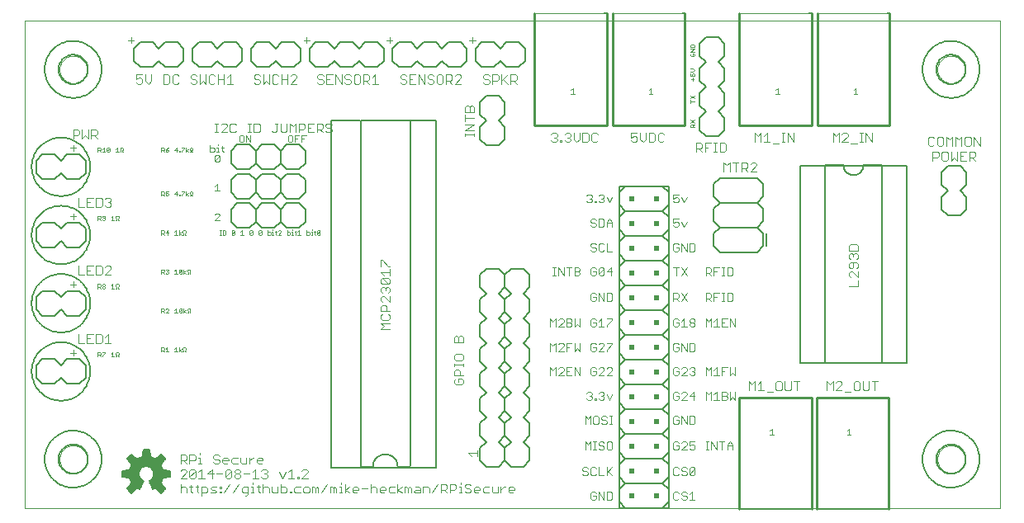
<source format=gto>
G75*
%MOIN*%
%OFA0B0*%
%FSLAX24Y24*%
%IPPOS*%
%LPD*%
%AMOC8*
5,1,8,0,0,1.08239X$1,22.5*
%
%ADD10C,0.0000*%
%ADD11C,0.0030*%
%ADD12C,0.0020*%
%ADD13C,0.0060*%
%ADD14C,0.0080*%
%ADD15R,0.0200X0.0200*%
%ADD16C,0.0050*%
%ADD17C,0.0040*%
%ADD18C,0.0059*%
%ADD19C,0.0098*%
%ADD20C,0.0049*%
D10*
X000544Y003496D02*
X000544Y023181D01*
X039914Y023181D01*
X039914Y003496D01*
X000544Y003496D01*
X001961Y005465D02*
X001963Y005512D01*
X001969Y005558D01*
X001979Y005604D01*
X001992Y005649D01*
X002010Y005692D01*
X002031Y005734D01*
X002055Y005774D01*
X002083Y005811D01*
X002114Y005846D01*
X002148Y005879D01*
X002184Y005908D01*
X002223Y005934D01*
X002264Y005957D01*
X002307Y005976D01*
X002351Y005992D01*
X002396Y006004D01*
X002442Y006012D01*
X002489Y006016D01*
X002535Y006016D01*
X002582Y006012D01*
X002628Y006004D01*
X002673Y005992D01*
X002717Y005976D01*
X002760Y005957D01*
X002801Y005934D01*
X002840Y005908D01*
X002876Y005879D01*
X002910Y005846D01*
X002941Y005811D01*
X002969Y005774D01*
X002993Y005734D01*
X003014Y005692D01*
X003032Y005649D01*
X003045Y005604D01*
X003055Y005558D01*
X003061Y005512D01*
X003063Y005465D01*
X003061Y005418D01*
X003055Y005372D01*
X003045Y005326D01*
X003032Y005281D01*
X003014Y005238D01*
X002993Y005196D01*
X002969Y005156D01*
X002941Y005119D01*
X002910Y005084D01*
X002876Y005051D01*
X002840Y005022D01*
X002801Y004996D01*
X002760Y004973D01*
X002717Y004954D01*
X002673Y004938D01*
X002628Y004926D01*
X002582Y004918D01*
X002535Y004914D01*
X002489Y004914D01*
X002442Y004918D01*
X002396Y004926D01*
X002351Y004938D01*
X002307Y004954D01*
X002264Y004973D01*
X002223Y004996D01*
X002184Y005022D01*
X002148Y005051D01*
X002114Y005084D01*
X002083Y005119D01*
X002055Y005156D01*
X002031Y005196D01*
X002010Y005238D01*
X001992Y005281D01*
X001979Y005326D01*
X001969Y005372D01*
X001963Y005418D01*
X001961Y005465D01*
X001961Y021213D02*
X001963Y021260D01*
X001969Y021306D01*
X001979Y021352D01*
X001992Y021397D01*
X002010Y021440D01*
X002031Y021482D01*
X002055Y021522D01*
X002083Y021559D01*
X002114Y021594D01*
X002148Y021627D01*
X002184Y021656D01*
X002223Y021682D01*
X002264Y021705D01*
X002307Y021724D01*
X002351Y021740D01*
X002396Y021752D01*
X002442Y021760D01*
X002489Y021764D01*
X002535Y021764D01*
X002582Y021760D01*
X002628Y021752D01*
X002673Y021740D01*
X002717Y021724D01*
X002760Y021705D01*
X002801Y021682D01*
X002840Y021656D01*
X002876Y021627D01*
X002910Y021594D01*
X002941Y021559D01*
X002969Y021522D01*
X002993Y021482D01*
X003014Y021440D01*
X003032Y021397D01*
X003045Y021352D01*
X003055Y021306D01*
X003061Y021260D01*
X003063Y021213D01*
X003061Y021166D01*
X003055Y021120D01*
X003045Y021074D01*
X003032Y021029D01*
X003014Y020986D01*
X002993Y020944D01*
X002969Y020904D01*
X002941Y020867D01*
X002910Y020832D01*
X002876Y020799D01*
X002840Y020770D01*
X002801Y020744D01*
X002760Y020721D01*
X002717Y020702D01*
X002673Y020686D01*
X002628Y020674D01*
X002582Y020666D01*
X002535Y020662D01*
X002489Y020662D01*
X002442Y020666D01*
X002396Y020674D01*
X002351Y020686D01*
X002307Y020702D01*
X002264Y020721D01*
X002223Y020744D01*
X002184Y020770D01*
X002148Y020799D01*
X002114Y020832D01*
X002083Y020867D01*
X002055Y020904D01*
X002031Y020944D01*
X002010Y020986D01*
X001992Y021029D01*
X001979Y021074D01*
X001969Y021120D01*
X001963Y021166D01*
X001961Y021213D01*
X037394Y021213D02*
X037396Y021260D01*
X037402Y021306D01*
X037412Y021352D01*
X037425Y021397D01*
X037443Y021440D01*
X037464Y021482D01*
X037488Y021522D01*
X037516Y021559D01*
X037547Y021594D01*
X037581Y021627D01*
X037617Y021656D01*
X037656Y021682D01*
X037697Y021705D01*
X037740Y021724D01*
X037784Y021740D01*
X037829Y021752D01*
X037875Y021760D01*
X037922Y021764D01*
X037968Y021764D01*
X038015Y021760D01*
X038061Y021752D01*
X038106Y021740D01*
X038150Y021724D01*
X038193Y021705D01*
X038234Y021682D01*
X038273Y021656D01*
X038309Y021627D01*
X038343Y021594D01*
X038374Y021559D01*
X038402Y021522D01*
X038426Y021482D01*
X038447Y021440D01*
X038465Y021397D01*
X038478Y021352D01*
X038488Y021306D01*
X038494Y021260D01*
X038496Y021213D01*
X038494Y021166D01*
X038488Y021120D01*
X038478Y021074D01*
X038465Y021029D01*
X038447Y020986D01*
X038426Y020944D01*
X038402Y020904D01*
X038374Y020867D01*
X038343Y020832D01*
X038309Y020799D01*
X038273Y020770D01*
X038234Y020744D01*
X038193Y020721D01*
X038150Y020702D01*
X038106Y020686D01*
X038061Y020674D01*
X038015Y020666D01*
X037968Y020662D01*
X037922Y020662D01*
X037875Y020666D01*
X037829Y020674D01*
X037784Y020686D01*
X037740Y020702D01*
X037697Y020721D01*
X037656Y020744D01*
X037617Y020770D01*
X037581Y020799D01*
X037547Y020832D01*
X037516Y020867D01*
X037488Y020904D01*
X037464Y020944D01*
X037443Y020986D01*
X037425Y021029D01*
X037412Y021074D01*
X037402Y021120D01*
X037396Y021166D01*
X037394Y021213D01*
X037394Y005465D02*
X037396Y005512D01*
X037402Y005558D01*
X037412Y005604D01*
X037425Y005649D01*
X037443Y005692D01*
X037464Y005734D01*
X037488Y005774D01*
X037516Y005811D01*
X037547Y005846D01*
X037581Y005879D01*
X037617Y005908D01*
X037656Y005934D01*
X037697Y005957D01*
X037740Y005976D01*
X037784Y005992D01*
X037829Y006004D01*
X037875Y006012D01*
X037922Y006016D01*
X037968Y006016D01*
X038015Y006012D01*
X038061Y006004D01*
X038106Y005992D01*
X038150Y005976D01*
X038193Y005957D01*
X038234Y005934D01*
X038273Y005908D01*
X038309Y005879D01*
X038343Y005846D01*
X038374Y005811D01*
X038402Y005774D01*
X038426Y005734D01*
X038447Y005692D01*
X038465Y005649D01*
X038478Y005604D01*
X038488Y005558D01*
X038494Y005512D01*
X038496Y005465D01*
X038494Y005418D01*
X038488Y005372D01*
X038478Y005326D01*
X038465Y005281D01*
X038447Y005238D01*
X038426Y005196D01*
X038402Y005156D01*
X038374Y005119D01*
X038343Y005084D01*
X038309Y005051D01*
X038273Y005022D01*
X038234Y004996D01*
X038193Y004973D01*
X038150Y004954D01*
X038106Y004938D01*
X038061Y004926D01*
X038015Y004918D01*
X037968Y004914D01*
X037922Y004914D01*
X037875Y004918D01*
X037829Y004926D01*
X037784Y004938D01*
X037740Y004954D01*
X037697Y004973D01*
X037656Y004996D01*
X037617Y005022D01*
X037581Y005051D01*
X037547Y005084D01*
X037516Y005119D01*
X037488Y005156D01*
X037464Y005196D01*
X037443Y005238D01*
X037425Y005281D01*
X037412Y005326D01*
X037402Y005372D01*
X037396Y005418D01*
X037394Y005465D01*
D11*
X034870Y008236D02*
X034870Y008600D01*
X034991Y008600D02*
X034748Y008600D01*
X034628Y008600D02*
X034628Y008297D01*
X034568Y008236D01*
X034446Y008236D01*
X034386Y008297D01*
X034386Y008600D01*
X034266Y008539D02*
X034205Y008600D01*
X034084Y008600D01*
X034023Y008539D01*
X034023Y008297D01*
X034084Y008236D01*
X034205Y008236D01*
X034266Y008297D01*
X034266Y008539D01*
X033903Y008175D02*
X033661Y008175D01*
X033541Y008236D02*
X033298Y008236D01*
X033541Y008479D01*
X033541Y008539D01*
X033480Y008600D01*
X033359Y008600D01*
X033298Y008539D01*
X033178Y008600D02*
X033057Y008479D01*
X032936Y008600D01*
X032936Y008236D01*
X033178Y008236D02*
X033178Y008600D01*
X031841Y008600D02*
X031599Y008600D01*
X031479Y008600D02*
X031479Y008297D01*
X031418Y008236D01*
X031297Y008236D01*
X031236Y008297D01*
X031236Y008600D01*
X031116Y008539D02*
X031056Y008600D01*
X030934Y008600D01*
X030874Y008539D01*
X030874Y008297D01*
X030934Y008236D01*
X031056Y008236D01*
X031116Y008297D01*
X031116Y008539D01*
X030754Y008175D02*
X030511Y008175D01*
X030391Y008236D02*
X030149Y008236D01*
X030029Y008236D02*
X030029Y008600D01*
X029907Y008479D01*
X029786Y008600D01*
X029786Y008236D01*
X030149Y008479D02*
X030270Y008600D01*
X030270Y008236D01*
X029240Y008186D02*
X029240Y007862D01*
X029132Y007970D01*
X029024Y007862D01*
X029024Y008186D01*
X028914Y008132D02*
X028914Y008078D01*
X028860Y008024D01*
X028697Y008024D01*
X028697Y007862D02*
X028860Y007862D01*
X028914Y007916D01*
X028914Y007970D01*
X028860Y008024D01*
X028914Y008132D02*
X028860Y008186D01*
X028697Y008186D01*
X028697Y007862D01*
X028588Y007862D02*
X028371Y007862D01*
X028479Y007862D02*
X028479Y008186D01*
X028371Y008078D01*
X028261Y008186D02*
X028261Y007862D01*
X028045Y007862D02*
X028045Y008186D01*
X028153Y008078D01*
X028261Y008186D01*
X027609Y008024D02*
X027392Y008024D01*
X027555Y008186D01*
X027555Y007862D01*
X027282Y007862D02*
X027066Y007862D01*
X027282Y008078D01*
X027282Y008132D01*
X027228Y008186D01*
X027120Y008186D01*
X027066Y008132D01*
X026956Y008132D02*
X026902Y008186D01*
X026794Y008186D01*
X026740Y008132D01*
X026740Y007916D01*
X026794Y007862D01*
X026902Y007862D01*
X026956Y007916D01*
X026956Y008024D01*
X026848Y008024D01*
X026794Y007202D02*
X026740Y007148D01*
X026740Y006932D01*
X026794Y006878D01*
X026902Y006878D01*
X026956Y006932D01*
X026956Y007040D01*
X026848Y007040D01*
X026956Y007148D02*
X026902Y007202D01*
X026794Y007202D01*
X027066Y007202D02*
X027282Y006878D01*
X027282Y007202D01*
X027392Y007202D02*
X027555Y007202D01*
X027609Y007148D01*
X027609Y006932D01*
X027555Y006878D01*
X027392Y006878D01*
X027392Y007202D01*
X027066Y007202D02*
X027066Y006878D01*
X027120Y006169D02*
X027066Y006115D01*
X027120Y006169D02*
X027228Y006169D01*
X027282Y006115D01*
X027282Y006061D01*
X027066Y005844D01*
X027282Y005844D01*
X027392Y005898D02*
X027446Y005844D01*
X027555Y005844D01*
X027609Y005898D01*
X027609Y006006D01*
X027555Y006061D01*
X027501Y006061D01*
X027392Y006006D01*
X027392Y006169D01*
X027609Y006169D01*
X028045Y006169D02*
X028153Y006169D01*
X028099Y006169D02*
X028099Y005844D01*
X028045Y005844D02*
X028153Y005844D01*
X028262Y005844D02*
X028262Y006169D01*
X028479Y005844D01*
X028479Y006169D01*
X028589Y006169D02*
X028805Y006169D01*
X028697Y006169D02*
X028697Y005844D01*
X028915Y005844D02*
X028915Y006061D01*
X029023Y006169D01*
X029131Y006061D01*
X029131Y005844D01*
X029131Y006006D02*
X028915Y006006D01*
X027609Y005081D02*
X027392Y004865D01*
X027446Y004811D01*
X027555Y004811D01*
X027609Y004865D01*
X027609Y005081D01*
X027555Y005135D01*
X027446Y005135D01*
X027392Y005081D01*
X027392Y004865D01*
X027282Y004865D02*
X027228Y004811D01*
X027120Y004811D01*
X027066Y004865D01*
X026956Y004865D02*
X026902Y004811D01*
X026794Y004811D01*
X026740Y004865D01*
X026740Y005081D01*
X026794Y005135D01*
X026902Y005135D01*
X026956Y005081D01*
X027066Y005081D02*
X027066Y005027D01*
X027120Y004973D01*
X027228Y004973D01*
X027282Y004919D01*
X027282Y004865D01*
X027282Y005081D02*
X027228Y005135D01*
X027120Y005135D01*
X027066Y005081D01*
X026902Y005844D02*
X026794Y005844D01*
X026740Y005898D01*
X026740Y006115D01*
X026794Y006169D01*
X026902Y006169D01*
X026956Y006115D01*
X026956Y006006D02*
X026848Y006006D01*
X026956Y006006D02*
X026956Y005898D01*
X026902Y005844D01*
X026902Y004151D02*
X026794Y004151D01*
X026740Y004097D01*
X026740Y003881D01*
X026794Y003826D01*
X026902Y003826D01*
X026956Y003881D01*
X027066Y003881D02*
X027120Y003826D01*
X027228Y003826D01*
X027282Y003881D01*
X027282Y003935D01*
X027228Y003989D01*
X027120Y003989D01*
X027066Y004043D01*
X027066Y004097D01*
X027120Y004151D01*
X027228Y004151D01*
X027282Y004097D01*
X027392Y004043D02*
X027501Y004151D01*
X027501Y003826D01*
X027609Y003826D02*
X027392Y003826D01*
X026956Y004097D02*
X026902Y004151D01*
X024268Y004097D02*
X024268Y003881D01*
X024214Y003826D01*
X024051Y003826D01*
X024051Y004151D01*
X024214Y004151D01*
X024268Y004097D01*
X023941Y004151D02*
X023941Y003826D01*
X023725Y004151D01*
X023725Y003826D01*
X023615Y003881D02*
X023615Y003989D01*
X023507Y003989D01*
X023399Y004097D02*
X023399Y003881D01*
X023453Y003826D01*
X023561Y003826D01*
X023615Y003881D01*
X023615Y004097D02*
X023561Y004151D01*
X023453Y004151D01*
X023399Y004097D01*
X023453Y004811D02*
X023561Y004811D01*
X023615Y004865D01*
X023725Y004811D02*
X023941Y004811D01*
X024051Y004811D02*
X024051Y005135D01*
X024105Y004973D02*
X024268Y004811D01*
X024051Y004919D02*
X024268Y005135D01*
X023725Y005135D02*
X023725Y004811D01*
X023453Y004811D02*
X023399Y004865D01*
X023399Y005081D01*
X023453Y005135D01*
X023561Y005135D01*
X023615Y005081D01*
X023289Y005081D02*
X023235Y005135D01*
X023127Y005135D01*
X023073Y005081D01*
X023073Y005027D01*
X023127Y004973D01*
X023235Y004973D01*
X023289Y004919D01*
X023289Y004865D01*
X023235Y004811D01*
X023127Y004811D01*
X023073Y004865D01*
X023181Y005844D02*
X023181Y006169D01*
X023290Y006061D01*
X023398Y006169D01*
X023398Y005844D01*
X023508Y005844D02*
X023616Y005844D01*
X023562Y005844D02*
X023562Y006169D01*
X023508Y006169D02*
X023616Y006169D01*
X023725Y006115D02*
X023779Y006169D01*
X023887Y006169D01*
X023941Y006115D01*
X024051Y006115D02*
X024051Y005898D01*
X024105Y005844D01*
X024214Y005844D01*
X024268Y005898D01*
X024268Y006115D01*
X024214Y006169D01*
X024105Y006169D01*
X024051Y006115D01*
X023941Y005952D02*
X023941Y005898D01*
X023887Y005844D01*
X023779Y005844D01*
X023725Y005898D01*
X023779Y006006D02*
X023887Y006006D01*
X023941Y005952D01*
X023779Y006006D02*
X023725Y006061D01*
X023725Y006115D01*
X023670Y006878D02*
X023562Y006878D01*
X023508Y006932D01*
X023508Y007148D01*
X023562Y007202D01*
X023670Y007202D01*
X023724Y007148D01*
X023724Y006932D01*
X023670Y006878D01*
X023834Y006932D02*
X023888Y006878D01*
X023996Y006878D01*
X024050Y006932D01*
X024050Y006986D01*
X023996Y007040D01*
X023888Y007040D01*
X023834Y007094D01*
X023834Y007148D01*
X023888Y007202D01*
X023996Y007202D01*
X024050Y007148D01*
X024160Y007202D02*
X024268Y007202D01*
X024214Y007202D02*
X024214Y006878D01*
X024160Y006878D02*
X024268Y006878D01*
X023398Y006878D02*
X023398Y007202D01*
X023290Y007094D01*
X023181Y007202D01*
X023181Y006878D01*
X023290Y007862D02*
X023236Y007916D01*
X023290Y007862D02*
X023398Y007862D01*
X023452Y007916D01*
X023452Y007970D01*
X023398Y008024D01*
X023344Y008024D01*
X023398Y008024D02*
X023452Y008078D01*
X023452Y008132D01*
X023398Y008186D01*
X023290Y008186D01*
X023236Y008132D01*
X023562Y007916D02*
X023616Y007916D01*
X023616Y007862D01*
X023562Y007862D01*
X023562Y007916D01*
X023725Y007916D02*
X023779Y007862D01*
X023887Y007862D01*
X023941Y007916D01*
X023941Y007970D01*
X023887Y008024D01*
X023833Y008024D01*
X023887Y008024D02*
X023941Y008078D01*
X023941Y008132D01*
X023887Y008186D01*
X023779Y008186D01*
X023725Y008132D01*
X024051Y008078D02*
X024160Y007862D01*
X024268Y008078D01*
X024268Y008846D02*
X024051Y008846D01*
X024268Y009063D01*
X024268Y009117D01*
X024214Y009171D01*
X024105Y009171D01*
X024051Y009117D01*
X023941Y009117D02*
X023887Y009171D01*
X023779Y009171D01*
X023725Y009117D01*
X023615Y009117D02*
X023561Y009171D01*
X023453Y009171D01*
X023399Y009117D01*
X023399Y008900D01*
X023453Y008846D01*
X023561Y008846D01*
X023615Y008900D01*
X023615Y009008D01*
X023507Y009008D01*
X023725Y008846D02*
X023941Y009063D01*
X023941Y009117D01*
X023941Y008846D02*
X023725Y008846D01*
X022963Y008846D02*
X022963Y009171D01*
X022746Y009171D02*
X022746Y008846D01*
X022636Y008846D02*
X022420Y008846D01*
X022420Y009171D01*
X022636Y009171D01*
X022746Y009171D02*
X022963Y008846D01*
X022528Y009008D02*
X022420Y009008D01*
X022310Y009063D02*
X022310Y009117D01*
X022256Y009171D01*
X022148Y009171D01*
X022094Y009117D01*
X021984Y009171D02*
X021984Y008846D01*
X022094Y008846D02*
X022310Y009063D01*
X022310Y008846D02*
X022094Y008846D01*
X021876Y009063D02*
X021984Y009171D01*
X021876Y009063D02*
X021767Y009171D01*
X021767Y008846D01*
X021767Y009830D02*
X021767Y010155D01*
X021876Y010047D01*
X021984Y010155D01*
X021984Y009830D01*
X022094Y009830D02*
X022310Y010047D01*
X022310Y010101D01*
X022256Y010155D01*
X022148Y010155D01*
X022094Y010101D01*
X022094Y009830D02*
X022310Y009830D01*
X022420Y009830D02*
X022420Y010155D01*
X022636Y010155D01*
X022746Y010155D02*
X022746Y009830D01*
X022854Y009939D01*
X022963Y009830D01*
X022963Y010155D01*
X023399Y010101D02*
X023399Y009884D01*
X023453Y009830D01*
X023561Y009830D01*
X023615Y009884D01*
X023615Y009993D01*
X023507Y009993D01*
X023399Y010101D02*
X023453Y010155D01*
X023561Y010155D01*
X023615Y010101D01*
X023725Y010101D02*
X023779Y010155D01*
X023887Y010155D01*
X023941Y010101D01*
X023941Y010047D01*
X023725Y009830D01*
X023941Y009830D01*
X024051Y009830D02*
X024051Y009884D01*
X024268Y010101D01*
X024268Y010155D01*
X024051Y010155D01*
X024051Y010815D02*
X024051Y010869D01*
X024268Y011085D01*
X024268Y011139D01*
X024051Y011139D01*
X023833Y011139D02*
X023833Y010815D01*
X023725Y010815D02*
X023941Y010815D01*
X023725Y011031D02*
X023833Y011139D01*
X023615Y011085D02*
X023561Y011139D01*
X023453Y011139D01*
X023399Y011085D01*
X023399Y010869D01*
X023453Y010815D01*
X023561Y010815D01*
X023615Y010869D01*
X023615Y010977D01*
X023507Y010977D01*
X022963Y010815D02*
X022963Y011139D01*
X022746Y011139D02*
X022746Y010815D01*
X022854Y010923D01*
X022963Y010815D01*
X022636Y010869D02*
X022636Y010923D01*
X022582Y010977D01*
X022420Y010977D01*
X022310Y011031D02*
X022094Y010815D01*
X022310Y010815D01*
X022420Y010815D02*
X022420Y011139D01*
X022582Y011139D01*
X022636Y011085D01*
X022636Y011031D01*
X022582Y010977D01*
X022636Y010869D02*
X022582Y010815D01*
X022420Y010815D01*
X022310Y011031D02*
X022310Y011085D01*
X022256Y011139D01*
X022148Y011139D01*
X022094Y011085D01*
X021984Y011139D02*
X021984Y010815D01*
X021767Y010815D02*
X021767Y011139D01*
X021876Y011031D01*
X021984Y011139D01*
X023399Y011902D02*
X023453Y011848D01*
X023561Y011848D01*
X023615Y011902D01*
X023615Y012010D01*
X023507Y012010D01*
X023399Y011902D02*
X023399Y012119D01*
X023453Y012173D01*
X023561Y012173D01*
X023615Y012119D01*
X023725Y012173D02*
X023941Y011848D01*
X023941Y012173D01*
X024051Y012173D02*
X024214Y012173D01*
X024268Y012119D01*
X024268Y011902D01*
X024214Y011848D01*
X024051Y011848D01*
X024051Y012173D01*
X023725Y012173D02*
X023725Y011848D01*
X023779Y012882D02*
X023725Y012936D01*
X023941Y013152D01*
X023941Y012936D01*
X023887Y012882D01*
X023779Y012882D01*
X023725Y012936D02*
X023725Y013152D01*
X023779Y013206D01*
X023887Y013206D01*
X023941Y013152D01*
X024051Y013044D02*
X024268Y013044D01*
X024214Y013206D02*
X024051Y013044D01*
X024214Y012882D02*
X024214Y013206D01*
X023615Y013152D02*
X023561Y013206D01*
X023453Y013206D01*
X023399Y013152D01*
X023399Y012936D01*
X023453Y012882D01*
X023561Y012882D01*
X023615Y012936D01*
X023615Y013044D01*
X023507Y013044D01*
X022963Y013098D02*
X022909Y013044D01*
X022746Y013044D01*
X022746Y012882D02*
X022746Y013206D01*
X022909Y013206D01*
X022963Y013152D01*
X022963Y013098D01*
X022909Y013044D02*
X022963Y012990D01*
X022963Y012936D01*
X022909Y012882D01*
X022746Y012882D01*
X022528Y012882D02*
X022528Y013206D01*
X022420Y013206D02*
X022636Y013206D01*
X022310Y013206D02*
X022310Y012882D01*
X022094Y013206D01*
X022094Y012882D01*
X021984Y012882D02*
X021876Y012882D01*
X021930Y012882D02*
X021930Y013206D01*
X021876Y013206D02*
X021984Y013206D01*
X023399Y013920D02*
X023453Y013866D01*
X023561Y013866D01*
X023615Y013920D01*
X023615Y013974D01*
X023561Y014028D01*
X023453Y014028D01*
X023399Y014082D01*
X023399Y014136D01*
X023453Y014190D01*
X023561Y014190D01*
X023615Y014136D01*
X023725Y014136D02*
X023725Y013920D01*
X023779Y013866D01*
X023887Y013866D01*
X023941Y013920D01*
X024051Y013866D02*
X024051Y014190D01*
X023941Y014136D02*
X023887Y014190D01*
X023779Y014190D01*
X023725Y014136D01*
X024051Y013866D02*
X024268Y013866D01*
X024268Y014850D02*
X024268Y015066D01*
X024160Y015175D01*
X024051Y015066D01*
X024051Y014850D01*
X023941Y014904D02*
X023941Y015121D01*
X023887Y015175D01*
X023725Y015175D01*
X023725Y014850D01*
X023887Y014850D01*
X023941Y014904D01*
X024051Y015012D02*
X024268Y015012D01*
X023615Y014958D02*
X023615Y014904D01*
X023561Y014850D01*
X023453Y014850D01*
X023399Y014904D01*
X023453Y015012D02*
X023561Y015012D01*
X023615Y014958D01*
X023615Y015121D02*
X023561Y015175D01*
X023453Y015175D01*
X023399Y015121D01*
X023399Y015066D01*
X023453Y015012D01*
X023398Y015834D02*
X023290Y015834D01*
X023236Y015888D01*
X023344Y015997D02*
X023398Y015997D01*
X023452Y015942D01*
X023452Y015888D01*
X023398Y015834D01*
X023398Y015997D02*
X023452Y016051D01*
X023452Y016105D01*
X023398Y016159D01*
X023290Y016159D01*
X023236Y016105D01*
X023562Y015888D02*
X023616Y015888D01*
X023616Y015834D01*
X023562Y015834D01*
X023562Y015888D01*
X023725Y015888D02*
X023779Y015834D01*
X023887Y015834D01*
X023941Y015888D01*
X023941Y015942D01*
X023887Y015997D01*
X023833Y015997D01*
X023887Y015997D02*
X023941Y016051D01*
X023941Y016105D01*
X023887Y016159D01*
X023779Y016159D01*
X023725Y016105D01*
X024051Y016051D02*
X024160Y015834D01*
X024268Y016051D01*
X026740Y015997D02*
X026848Y016051D01*
X026902Y016051D01*
X026956Y015997D01*
X026956Y015888D01*
X026902Y015834D01*
X026794Y015834D01*
X026740Y015888D01*
X026740Y015997D02*
X026740Y016159D01*
X026956Y016159D01*
X027066Y016051D02*
X027174Y015834D01*
X027282Y016051D01*
X026956Y015175D02*
X026740Y015175D01*
X026740Y015012D01*
X026848Y015066D01*
X026902Y015066D01*
X026956Y015012D01*
X026956Y014904D01*
X026902Y014850D01*
X026794Y014850D01*
X026740Y014904D01*
X027066Y015066D02*
X027174Y014850D01*
X027282Y015066D01*
X027282Y014190D02*
X027282Y013866D01*
X027066Y014190D01*
X027066Y013866D01*
X026956Y013920D02*
X026956Y014028D01*
X026848Y014028D01*
X026740Y013920D02*
X026794Y013866D01*
X026902Y013866D01*
X026956Y013920D01*
X026740Y013920D02*
X026740Y014136D01*
X026794Y014190D01*
X026902Y014190D01*
X026956Y014136D01*
X027392Y014190D02*
X027392Y013866D01*
X027555Y013866D01*
X027609Y013920D01*
X027609Y014136D01*
X027555Y014190D01*
X027392Y014190D01*
X027282Y013206D02*
X027066Y012882D01*
X027282Y012882D02*
X027066Y013206D01*
X026956Y013206D02*
X026740Y013206D01*
X026848Y013206D02*
X026848Y012882D01*
X028045Y012882D02*
X028045Y013206D01*
X028207Y013206D01*
X028261Y013152D01*
X028261Y013044D01*
X028207Y012990D01*
X028045Y012990D01*
X028153Y012990D02*
X028261Y012882D01*
X028371Y012882D02*
X028371Y013206D01*
X028588Y013206D01*
X028697Y013206D02*
X028806Y013206D01*
X028751Y013206D02*
X028751Y012882D01*
X028697Y012882D02*
X028806Y012882D01*
X028915Y012882D02*
X028915Y013206D01*
X029077Y013206D01*
X029131Y013152D01*
X029131Y012936D01*
X029077Y012882D01*
X028915Y012882D01*
X028479Y013044D02*
X028371Y013044D01*
X028371Y012173D02*
X028588Y012173D01*
X028697Y012173D02*
X028806Y012173D01*
X028751Y012173D02*
X028751Y011848D01*
X028697Y011848D02*
X028806Y011848D01*
X028915Y011848D02*
X029077Y011848D01*
X029131Y011902D01*
X029131Y012119D01*
X029077Y012173D01*
X028915Y012173D01*
X028915Y011848D01*
X028479Y012010D02*
X028371Y012010D01*
X028261Y012010D02*
X028207Y011956D01*
X028045Y011956D01*
X028045Y011848D02*
X028045Y012173D01*
X028207Y012173D01*
X028261Y012119D01*
X028261Y012010D01*
X028153Y011956D02*
X028261Y011848D01*
X028371Y011848D02*
X028371Y012173D01*
X027282Y012173D02*
X027066Y011848D01*
X026956Y011848D02*
X026848Y011956D01*
X026902Y011956D02*
X026740Y011956D01*
X026740Y011848D02*
X026740Y012173D01*
X026902Y012173D01*
X026956Y012119D01*
X026956Y012010D01*
X026902Y011956D01*
X027066Y012173D02*
X027282Y011848D01*
X027174Y011139D02*
X027174Y010815D01*
X027066Y010815D02*
X027282Y010815D01*
X027392Y010869D02*
X027392Y010923D01*
X027446Y010977D01*
X027555Y010977D01*
X027609Y010923D01*
X027609Y010869D01*
X027555Y010815D01*
X027446Y010815D01*
X027392Y010869D01*
X027446Y010977D02*
X027392Y011031D01*
X027392Y011085D01*
X027446Y011139D01*
X027555Y011139D01*
X027609Y011085D01*
X027609Y011031D01*
X027555Y010977D01*
X027174Y011139D02*
X027066Y011031D01*
X026956Y010977D02*
X026848Y010977D01*
X026956Y010977D02*
X026956Y010869D01*
X026902Y010815D01*
X026794Y010815D01*
X026740Y010869D01*
X026740Y011085D01*
X026794Y011139D01*
X026902Y011139D01*
X026956Y011085D01*
X028045Y011139D02*
X028045Y010815D01*
X028261Y010815D02*
X028261Y011139D01*
X028153Y011031D01*
X028045Y011139D01*
X028371Y011031D02*
X028479Y011139D01*
X028479Y010815D01*
X028371Y010815D02*
X028588Y010815D01*
X028697Y010815D02*
X028914Y010815D01*
X029024Y010815D02*
X029024Y011139D01*
X029240Y010815D01*
X029240Y011139D01*
X028914Y011139D02*
X028697Y011139D01*
X028697Y010815D01*
X028697Y010977D02*
X028806Y010977D01*
X027609Y010101D02*
X027555Y010155D01*
X027392Y010155D01*
X027392Y009830D01*
X027555Y009830D01*
X027609Y009884D01*
X027609Y010101D01*
X027282Y010155D02*
X027282Y009830D01*
X027066Y010155D01*
X027066Y009830D01*
X026956Y009884D02*
X026956Y009993D01*
X026848Y009993D01*
X026740Y010101D02*
X026740Y009884D01*
X026794Y009830D01*
X026902Y009830D01*
X026956Y009884D01*
X026956Y010101D02*
X026902Y010155D01*
X026794Y010155D01*
X026740Y010101D01*
X026794Y009171D02*
X026740Y009117D01*
X026740Y008900D01*
X026794Y008846D01*
X026902Y008846D01*
X026956Y008900D01*
X026956Y009008D01*
X026848Y009008D01*
X026956Y009117D02*
X026902Y009171D01*
X026794Y009171D01*
X027066Y009117D02*
X027120Y009171D01*
X027228Y009171D01*
X027282Y009117D01*
X027282Y009063D01*
X027066Y008846D01*
X027282Y008846D01*
X027392Y008900D02*
X027446Y008846D01*
X027555Y008846D01*
X027609Y008900D01*
X027609Y008954D01*
X027555Y009008D01*
X027501Y009008D01*
X027555Y009008D02*
X027609Y009063D01*
X027609Y009117D01*
X027555Y009171D01*
X027446Y009171D01*
X027392Y009117D01*
X028045Y009171D02*
X028045Y008846D01*
X028261Y008846D02*
X028261Y009171D01*
X028153Y009063D01*
X028045Y009171D01*
X028371Y009063D02*
X028479Y009171D01*
X028479Y008846D01*
X028371Y008846D02*
X028588Y008846D01*
X028697Y008846D02*
X028697Y009171D01*
X028914Y009171D01*
X029024Y009171D02*
X029024Y008846D01*
X029132Y008954D01*
X029240Y008846D01*
X029240Y009171D01*
X028806Y009008D02*
X028697Y009008D01*
X031720Y008600D02*
X031720Y008236D01*
X033826Y012448D02*
X034190Y012448D01*
X034190Y012690D01*
X034190Y012810D02*
X033947Y013053D01*
X033887Y013053D01*
X033826Y012992D01*
X033826Y012871D01*
X033887Y012810D01*
X034190Y012810D02*
X034190Y013053D01*
X034129Y013173D02*
X034190Y013233D01*
X034190Y013355D01*
X034129Y013415D01*
X033887Y013415D01*
X033826Y013355D01*
X033826Y013233D01*
X033887Y013173D01*
X033947Y013173D01*
X034008Y013233D01*
X034008Y013415D01*
X033887Y013535D02*
X033826Y013596D01*
X033826Y013717D01*
X033887Y013778D01*
X033947Y013778D01*
X034008Y013717D01*
X034069Y013778D01*
X034129Y013778D01*
X034190Y013717D01*
X034190Y013596D01*
X034129Y013535D01*
X034008Y013657D02*
X034008Y013717D01*
X033826Y013898D02*
X033826Y014080D01*
X033887Y014140D01*
X034129Y014140D01*
X034190Y014080D01*
X034190Y013898D01*
X033826Y013898D01*
X030101Y017094D02*
X029858Y017094D01*
X030101Y017337D01*
X030101Y017397D01*
X030040Y017458D01*
X029919Y017458D01*
X029858Y017397D01*
X029738Y017397D02*
X029738Y017276D01*
X029678Y017215D01*
X029496Y017215D01*
X029496Y017094D02*
X029496Y017458D01*
X029678Y017458D01*
X029738Y017397D01*
X029617Y017215D02*
X029738Y017094D01*
X029376Y017458D02*
X029133Y017458D01*
X029013Y017458D02*
X029013Y017094D01*
X029255Y017094D02*
X029255Y017458D01*
X029013Y017458D02*
X028892Y017337D01*
X028771Y017458D01*
X028771Y017094D01*
X028799Y017882D02*
X028859Y017942D01*
X028859Y018185D01*
X028799Y018246D01*
X028617Y018246D01*
X028617Y017882D01*
X028799Y017882D01*
X028496Y017882D02*
X028375Y017882D01*
X028436Y017882D02*
X028436Y018246D01*
X028496Y018246D02*
X028375Y018246D01*
X028255Y018246D02*
X028013Y018246D01*
X028013Y017882D01*
X027893Y017882D02*
X027771Y018003D01*
X027832Y018003D02*
X027650Y018003D01*
X027650Y017882D02*
X027650Y018246D01*
X027832Y018246D01*
X027893Y018185D01*
X027893Y018064D01*
X027832Y018003D01*
X028013Y018064D02*
X028134Y018064D01*
X030028Y018275D02*
X030028Y018639D01*
X030149Y018518D01*
X030270Y018639D01*
X030270Y018275D01*
X030390Y018275D02*
X030633Y018275D01*
X030512Y018275D02*
X030512Y018639D01*
X030390Y018518D01*
X030753Y018215D02*
X030995Y018215D01*
X031115Y018275D02*
X031237Y018275D01*
X031176Y018275D02*
X031176Y018639D01*
X031115Y018639D02*
X031237Y018639D01*
X031357Y018639D02*
X031600Y018275D01*
X031600Y018639D01*
X031357Y018639D02*
X031357Y018275D01*
X033177Y018275D02*
X033177Y018639D01*
X033299Y018518D01*
X033420Y018639D01*
X033420Y018275D01*
X033540Y018275D02*
X033783Y018518D01*
X033783Y018579D01*
X033722Y018639D01*
X033601Y018639D01*
X033540Y018579D01*
X033540Y018275D02*
X033783Y018275D01*
X033902Y018215D02*
X034145Y018215D01*
X034265Y018275D02*
X034386Y018275D01*
X034326Y018275D02*
X034326Y018639D01*
X034386Y018639D02*
X034265Y018639D01*
X034507Y018639D02*
X034749Y018275D01*
X034749Y018639D01*
X034507Y018639D02*
X034507Y018275D01*
X037022Y018188D02*
X037084Y018126D01*
X037208Y018126D01*
X037269Y018188D01*
X037391Y018188D02*
X037452Y018126D01*
X037576Y018126D01*
X037638Y018188D01*
X037638Y018435D01*
X037576Y018497D01*
X037452Y018497D01*
X037391Y018435D01*
X037391Y018188D01*
X037269Y018435D02*
X037208Y018497D01*
X037084Y018497D01*
X037022Y018435D01*
X037022Y018188D01*
X037207Y017897D02*
X037392Y017897D01*
X037453Y017835D01*
X037453Y017711D01*
X037392Y017650D01*
X037207Y017650D01*
X037207Y017526D02*
X037207Y017897D01*
X037575Y017835D02*
X037575Y017588D01*
X037637Y017526D01*
X037760Y017526D01*
X037822Y017588D01*
X037822Y017835D01*
X037760Y017897D01*
X037637Y017897D01*
X037575Y017835D01*
X037759Y018126D02*
X037759Y018497D01*
X037883Y018373D01*
X038006Y018497D01*
X038006Y018126D01*
X038127Y018126D02*
X038127Y018497D01*
X038251Y018373D01*
X038374Y018497D01*
X038374Y018126D01*
X038496Y018188D02*
X038557Y018126D01*
X038681Y018126D01*
X038743Y018188D01*
X038743Y018435D01*
X038681Y018497D01*
X038557Y018497D01*
X038496Y018435D01*
X038496Y018188D01*
X038558Y017897D02*
X038312Y017897D01*
X038312Y017526D01*
X038558Y017526D01*
X038680Y017526D02*
X038680Y017897D01*
X038865Y017897D01*
X038927Y017835D01*
X038927Y017711D01*
X038865Y017650D01*
X038680Y017650D01*
X038803Y017650D02*
X038927Y017526D01*
X038435Y017711D02*
X038312Y017711D01*
X038190Y017526D02*
X038190Y017897D01*
X037943Y017897D02*
X037943Y017526D01*
X038067Y017650D01*
X038190Y017526D01*
X038864Y018126D02*
X038864Y018497D01*
X039111Y018126D01*
X039111Y018497D01*
X026361Y018579D02*
X026300Y018639D01*
X026179Y018639D01*
X026118Y018579D01*
X026118Y018336D01*
X026179Y018275D01*
X026300Y018275D01*
X026361Y018336D01*
X025998Y018336D02*
X025998Y018579D01*
X025938Y018639D01*
X025756Y018639D01*
X025756Y018275D01*
X025938Y018275D01*
X025998Y018336D01*
X025636Y018397D02*
X025636Y018639D01*
X025636Y018397D02*
X025514Y018275D01*
X025393Y018397D01*
X025393Y018639D01*
X025273Y018639D02*
X025031Y018639D01*
X025031Y018457D01*
X025152Y018518D01*
X025213Y018518D01*
X025273Y018457D01*
X025273Y018336D01*
X025213Y018275D01*
X025091Y018275D01*
X025031Y018336D01*
X023680Y018336D02*
X023619Y018275D01*
X023498Y018275D01*
X023437Y018336D01*
X023437Y018579D01*
X023498Y018639D01*
X023619Y018639D01*
X023680Y018579D01*
X023317Y018579D02*
X023317Y018336D01*
X023257Y018275D01*
X023075Y018275D01*
X023075Y018639D01*
X023257Y018639D01*
X023317Y018579D01*
X022955Y018639D02*
X022955Y018397D01*
X022834Y018275D01*
X022712Y018397D01*
X022712Y018639D01*
X022592Y018579D02*
X022592Y018518D01*
X022532Y018457D01*
X022592Y018397D01*
X022592Y018336D01*
X022532Y018275D01*
X022410Y018275D01*
X022350Y018336D01*
X022229Y018336D02*
X022229Y018275D01*
X022168Y018275D01*
X022168Y018336D01*
X022229Y018336D01*
X022049Y018336D02*
X021988Y018275D01*
X021867Y018275D01*
X021806Y018336D01*
X021927Y018457D02*
X021988Y018457D01*
X022049Y018397D01*
X022049Y018336D01*
X021988Y018457D02*
X022049Y018518D01*
X022049Y018579D01*
X021988Y018639D01*
X021867Y018639D01*
X021806Y018579D01*
X022350Y018579D02*
X022410Y018639D01*
X022532Y018639D01*
X022592Y018579D01*
X022532Y018457D02*
X022471Y018457D01*
X020414Y020631D02*
X020291Y020755D01*
X020353Y020755D02*
X020168Y020755D01*
X020168Y020631D02*
X020168Y021001D01*
X020353Y021001D01*
X020414Y020940D01*
X020414Y020816D01*
X020353Y020755D01*
X020046Y020631D02*
X019861Y020816D01*
X019799Y020755D02*
X020046Y021001D01*
X019799Y021001D02*
X019799Y020631D01*
X019616Y020755D02*
X019431Y020755D01*
X019310Y020755D02*
X019310Y020693D01*
X019248Y020631D01*
X019124Y020631D01*
X019063Y020693D01*
X019124Y020816D02*
X019063Y020878D01*
X019063Y020940D01*
X019124Y021001D01*
X019248Y021001D01*
X019310Y020940D01*
X019431Y021001D02*
X019616Y021001D01*
X019678Y020940D01*
X019678Y020816D01*
X019616Y020755D01*
X019431Y020631D02*
X019431Y021001D01*
X019248Y020816D02*
X019310Y020755D01*
X019248Y020816D02*
X019124Y020816D01*
X018173Y020878D02*
X017926Y020631D01*
X018173Y020631D01*
X018173Y020878D02*
X018173Y020940D01*
X018111Y021001D01*
X017988Y021001D01*
X017926Y020940D01*
X017805Y020940D02*
X017805Y020816D01*
X017743Y020755D01*
X017558Y020755D01*
X017681Y020755D02*
X017805Y020631D01*
X017558Y020631D02*
X017558Y021001D01*
X017743Y021001D01*
X017805Y020940D01*
X017436Y020940D02*
X017436Y020693D01*
X017375Y020631D01*
X017251Y020631D01*
X017189Y020693D01*
X017189Y020940D01*
X017251Y021001D01*
X017375Y021001D01*
X017436Y020940D01*
X017068Y020940D02*
X017006Y021001D01*
X016883Y021001D01*
X016821Y020940D01*
X016821Y020878D01*
X016883Y020816D01*
X017006Y020816D01*
X017068Y020755D01*
X017068Y020693D01*
X017006Y020631D01*
X016883Y020631D01*
X016821Y020693D01*
X016700Y020631D02*
X016453Y021001D01*
X016453Y020631D01*
X016331Y020631D02*
X016084Y020631D01*
X016084Y021001D01*
X016331Y021001D01*
X016208Y020816D02*
X016084Y020816D01*
X015963Y020755D02*
X015963Y020693D01*
X015901Y020631D01*
X015778Y020631D01*
X015716Y020693D01*
X015778Y020816D02*
X015901Y020816D01*
X015963Y020755D01*
X015963Y020940D02*
X015901Y021001D01*
X015778Y021001D01*
X015716Y020940D01*
X015716Y020878D01*
X015778Y020816D01*
X014826Y020631D02*
X014580Y020631D01*
X014458Y020631D02*
X014335Y020755D01*
X014396Y020755D02*
X014211Y020755D01*
X014211Y020631D02*
X014211Y021001D01*
X014396Y021001D01*
X014458Y020940D01*
X014458Y020816D01*
X014396Y020755D01*
X014580Y020878D02*
X014703Y021001D01*
X014703Y020631D01*
X014090Y020693D02*
X014090Y020940D01*
X014028Y021001D01*
X013905Y021001D01*
X013843Y020940D01*
X013843Y020693D01*
X013905Y020631D01*
X014028Y020631D01*
X014090Y020693D01*
X013722Y020693D02*
X013660Y020631D01*
X013536Y020631D01*
X013475Y020693D01*
X013353Y020631D02*
X013353Y021001D01*
X013475Y020940D02*
X013475Y020878D01*
X013536Y020816D01*
X013660Y020816D01*
X013722Y020755D01*
X013722Y020693D01*
X013722Y020940D02*
X013660Y021001D01*
X013536Y021001D01*
X013475Y020940D01*
X013353Y020631D02*
X013106Y021001D01*
X013106Y020631D01*
X012985Y020631D02*
X012738Y020631D01*
X012738Y021001D01*
X012985Y021001D01*
X012861Y020816D02*
X012738Y020816D01*
X012617Y020755D02*
X012617Y020693D01*
X012555Y020631D01*
X012431Y020631D01*
X012370Y020693D01*
X012431Y020816D02*
X012555Y020816D01*
X012617Y020755D01*
X012617Y020940D02*
X012555Y021001D01*
X012431Y021001D01*
X012370Y020940D01*
X012370Y020878D01*
X012431Y020816D01*
X011531Y020878D02*
X011531Y020940D01*
X011469Y021001D01*
X011346Y021001D01*
X011284Y020940D01*
X011162Y021001D02*
X011162Y020631D01*
X011284Y020631D02*
X011531Y020878D01*
X011531Y020631D02*
X011284Y020631D01*
X011162Y020816D02*
X010916Y020816D01*
X010794Y020693D02*
X010732Y020631D01*
X010609Y020631D01*
X010547Y020693D01*
X010547Y020940D01*
X010609Y021001D01*
X010732Y021001D01*
X010794Y020940D01*
X010916Y021001D02*
X010916Y020631D01*
X010426Y020631D02*
X010302Y020755D01*
X010179Y020631D01*
X010179Y021001D01*
X010058Y020940D02*
X009996Y021001D01*
X009872Y021001D01*
X009811Y020940D01*
X009811Y020878D01*
X009872Y020816D01*
X009996Y020816D01*
X010058Y020755D01*
X010058Y020693D01*
X009996Y020631D01*
X009872Y020631D01*
X009811Y020693D01*
X010426Y020631D02*
X010426Y021001D01*
X008972Y020631D02*
X008725Y020631D01*
X008603Y020631D02*
X008603Y021001D01*
X008725Y020878D02*
X008848Y021001D01*
X008848Y020631D01*
X008603Y020816D02*
X008357Y020816D01*
X008235Y020693D02*
X008173Y020631D01*
X008050Y020631D01*
X007988Y020693D01*
X007988Y020940D01*
X008050Y021001D01*
X008173Y021001D01*
X008235Y020940D01*
X008357Y021001D02*
X008357Y020631D01*
X007867Y020631D02*
X007743Y020755D01*
X007620Y020631D01*
X007620Y021001D01*
X007498Y020940D02*
X007437Y021001D01*
X007313Y021001D01*
X007252Y020940D01*
X007252Y020878D01*
X007313Y020816D01*
X007437Y020816D01*
X007498Y020755D01*
X007498Y020693D01*
X007437Y020631D01*
X007313Y020631D01*
X007252Y020693D01*
X006771Y020693D02*
X006710Y020631D01*
X006586Y020631D01*
X006525Y020693D01*
X006525Y020940D01*
X006586Y021001D01*
X006710Y021001D01*
X006771Y020940D01*
X006403Y020940D02*
X006403Y020693D01*
X006341Y020631D01*
X006156Y020631D01*
X006156Y021001D01*
X006341Y021001D01*
X006403Y020940D01*
X005666Y021001D02*
X005666Y020755D01*
X005543Y020631D01*
X005420Y020755D01*
X005420Y021001D01*
X005298Y021001D02*
X005051Y021001D01*
X005051Y020816D01*
X005175Y020878D01*
X005236Y020878D01*
X005298Y020816D01*
X005298Y020693D01*
X005236Y020631D01*
X005113Y020631D01*
X005051Y020693D01*
X004845Y022273D02*
X004845Y022516D01*
X004724Y022394D02*
X004966Y022394D01*
X007867Y021001D02*
X007867Y020631D01*
X008236Y019033D02*
X008357Y019033D01*
X008297Y019033D02*
X008297Y018669D01*
X008357Y018669D02*
X008236Y018669D01*
X008478Y018669D02*
X008720Y018912D01*
X008720Y018972D01*
X008660Y019033D01*
X008538Y019033D01*
X008478Y018972D01*
X008478Y018669D02*
X008720Y018669D01*
X008840Y018730D02*
X008901Y018669D01*
X009022Y018669D01*
X009083Y018730D01*
X009083Y018972D02*
X009022Y019033D01*
X008901Y019033D01*
X008840Y018972D01*
X008840Y018730D01*
X009565Y018669D02*
X009686Y018669D01*
X009626Y018669D02*
X009626Y019033D01*
X009686Y019033D02*
X009565Y019033D01*
X009807Y019033D02*
X009989Y019033D01*
X010049Y018972D01*
X010049Y018730D01*
X009989Y018669D01*
X009807Y018669D01*
X009807Y019033D01*
X010532Y018730D02*
X010592Y018669D01*
X010653Y018669D01*
X010714Y018730D01*
X010714Y019033D01*
X010774Y019033D02*
X010653Y019033D01*
X010894Y019033D02*
X010894Y018730D01*
X010955Y018669D01*
X011076Y018669D01*
X011137Y018730D01*
X011137Y019033D01*
X011257Y019033D02*
X011378Y018912D01*
X011499Y019033D01*
X011499Y018669D01*
X011619Y018669D02*
X011619Y019033D01*
X011801Y019033D01*
X011862Y018972D01*
X011862Y018851D01*
X011801Y018790D01*
X011619Y018790D01*
X011982Y018851D02*
X012103Y018851D01*
X011982Y019033D02*
X011982Y018669D01*
X012225Y018669D01*
X012344Y018669D02*
X012344Y019033D01*
X012526Y019033D01*
X012587Y018972D01*
X012587Y018851D01*
X012526Y018790D01*
X012344Y018790D01*
X012466Y018790D02*
X012587Y018669D01*
X012707Y018730D02*
X012768Y018669D01*
X012889Y018669D01*
X012950Y018730D01*
X012950Y018790D01*
X012889Y018851D01*
X012768Y018851D01*
X012707Y018912D01*
X012707Y018972D01*
X012768Y019033D01*
X012889Y019033D01*
X012950Y018972D01*
X012225Y019033D02*
X011982Y019033D01*
X011257Y019033D02*
X011257Y018669D01*
X016700Y020631D02*
X016700Y021001D01*
X015278Y022273D02*
X015278Y022516D01*
X015157Y022394D02*
X015399Y022394D01*
X018503Y022394D02*
X018746Y022394D01*
X018625Y022516D02*
X018625Y022273D01*
X012053Y022394D02*
X011810Y022394D01*
X011932Y022273D02*
X011932Y022516D01*
X003482Y018723D02*
X003482Y018602D01*
X003421Y018541D01*
X003239Y018541D01*
X003360Y018541D02*
X003482Y018420D01*
X003239Y018420D02*
X003239Y018784D01*
X003421Y018784D01*
X003482Y018723D01*
X003119Y018784D02*
X003119Y018420D01*
X002998Y018541D01*
X002876Y018420D01*
X002876Y018784D01*
X002756Y018723D02*
X002756Y018602D01*
X002696Y018541D01*
X002514Y018541D01*
X002514Y018420D02*
X002514Y018784D01*
X002696Y018784D01*
X002756Y018723D01*
X002512Y018155D02*
X002512Y017913D01*
X002391Y018034D02*
X002633Y018034D01*
X002711Y016028D02*
X002711Y015664D01*
X002953Y015664D01*
X003073Y015664D02*
X003316Y015664D01*
X003436Y015664D02*
X003618Y015664D01*
X003678Y015724D01*
X003678Y015967D01*
X003618Y016028D01*
X003436Y016028D01*
X003436Y015664D01*
X003195Y015846D02*
X003073Y015846D01*
X003073Y016028D02*
X003073Y015664D01*
X003073Y016028D02*
X003316Y016028D01*
X003798Y015967D02*
X003859Y016028D01*
X003980Y016028D01*
X004041Y015967D01*
X004041Y015906D01*
X003980Y015846D01*
X004041Y015785D01*
X004041Y015724D01*
X003980Y015664D01*
X003859Y015664D01*
X003798Y015724D01*
X003920Y015846D02*
X003980Y015846D01*
X002633Y015278D02*
X002391Y015278D01*
X002512Y015157D02*
X002512Y015399D01*
X002711Y013272D02*
X002711Y012908D01*
X002953Y012908D01*
X003073Y012908D02*
X003316Y012908D01*
X003436Y012908D02*
X003618Y012908D01*
X003678Y012968D01*
X003678Y013211D01*
X003618Y013272D01*
X003436Y013272D01*
X003436Y012908D01*
X003195Y013090D02*
X003073Y013090D01*
X003073Y013272D02*
X003073Y012908D01*
X003073Y013272D02*
X003316Y013272D01*
X003798Y013211D02*
X003859Y013272D01*
X003980Y013272D01*
X004041Y013211D01*
X004041Y013150D01*
X003798Y012908D01*
X004041Y012908D01*
X002633Y012522D02*
X002391Y012522D01*
X002512Y012401D02*
X002512Y012644D01*
X002711Y010516D02*
X002711Y010152D01*
X002953Y010152D01*
X003073Y010152D02*
X003316Y010152D01*
X003436Y010152D02*
X003618Y010152D01*
X003678Y010212D01*
X003678Y010455D01*
X003618Y010516D01*
X003436Y010516D01*
X003436Y010152D01*
X003195Y010334D02*
X003073Y010334D01*
X003073Y010516D02*
X003073Y010152D01*
X002633Y009766D02*
X002391Y009766D01*
X002512Y009645D02*
X002512Y009888D01*
X003073Y010516D02*
X003316Y010516D01*
X003798Y010394D02*
X003920Y010516D01*
X003920Y010152D01*
X004041Y010152D02*
X003798Y010152D01*
X007632Y005708D02*
X007632Y005647D01*
X007632Y005526D02*
X007632Y005283D01*
X007571Y005283D02*
X007693Y005283D01*
X007693Y005057D02*
X007693Y004693D01*
X007814Y004693D02*
X007571Y004693D01*
X007451Y004753D02*
X007391Y004693D01*
X007269Y004693D01*
X007209Y004753D01*
X007451Y004996D01*
X007451Y004753D01*
X007571Y004935D02*
X007693Y005057D01*
X007451Y004996D02*
X007391Y005057D01*
X007269Y005057D01*
X007209Y004996D01*
X007209Y004753D01*
X007089Y004693D02*
X006846Y004693D01*
X007089Y004935D01*
X007089Y004996D01*
X007028Y005057D01*
X006907Y005057D01*
X006846Y004996D01*
X006846Y005283D02*
X006846Y005647D01*
X007028Y005647D01*
X007089Y005586D01*
X007089Y005465D01*
X007028Y005404D01*
X006846Y005404D01*
X006968Y005404D02*
X007089Y005283D01*
X007209Y005283D02*
X007209Y005647D01*
X007391Y005647D01*
X007451Y005586D01*
X007451Y005465D01*
X007391Y005404D01*
X007209Y005404D01*
X007571Y005526D02*
X007632Y005526D01*
X008176Y005526D02*
X008236Y005465D01*
X008358Y005465D01*
X008418Y005404D01*
X008418Y005344D01*
X008358Y005283D01*
X008236Y005283D01*
X008176Y005344D01*
X008176Y005526D02*
X008176Y005586D01*
X008236Y005647D01*
X008358Y005647D01*
X008418Y005586D01*
X008538Y005465D02*
X008538Y005344D01*
X008599Y005283D01*
X008720Y005283D01*
X008781Y005404D02*
X008538Y005404D01*
X008538Y005465D02*
X008599Y005526D01*
X008720Y005526D01*
X008781Y005465D01*
X008781Y005404D01*
X008901Y005344D02*
X008961Y005283D01*
X009143Y005283D01*
X009263Y005344D02*
X009324Y005283D01*
X009506Y005283D01*
X009506Y005526D01*
X009626Y005526D02*
X009626Y005283D01*
X009626Y005404D02*
X009747Y005526D01*
X009808Y005526D01*
X009928Y005465D02*
X009988Y005526D01*
X010110Y005526D01*
X010170Y005465D01*
X010170Y005404D01*
X009928Y005404D01*
X009928Y005344D02*
X009928Y005465D01*
X009928Y005344D02*
X009988Y005283D01*
X010110Y005283D01*
X010170Y005057D02*
X010109Y004996D01*
X010170Y005057D02*
X010291Y005057D01*
X010352Y004996D01*
X010352Y004935D01*
X010291Y004875D01*
X010352Y004814D01*
X010352Y004753D01*
X010291Y004693D01*
X010170Y004693D01*
X010109Y004753D01*
X009989Y004693D02*
X009746Y004693D01*
X009868Y004693D02*
X009868Y005057D01*
X009746Y004935D01*
X009627Y004875D02*
X009384Y004875D01*
X009264Y004935D02*
X009264Y004996D01*
X009203Y005057D01*
X009082Y005057D01*
X009021Y004996D01*
X009021Y004935D01*
X009082Y004875D01*
X009203Y004875D01*
X009264Y004814D01*
X009264Y004753D01*
X009203Y004693D01*
X009082Y004693D01*
X009021Y004753D01*
X009021Y004814D01*
X009082Y004875D01*
X009203Y004875D02*
X009264Y004935D01*
X008902Y004996D02*
X008659Y004753D01*
X008720Y004693D01*
X008841Y004693D01*
X008902Y004753D01*
X008902Y004996D01*
X008841Y005057D01*
X008720Y005057D01*
X008659Y004996D01*
X008659Y004753D01*
X008539Y004875D02*
X008296Y004875D01*
X008177Y004875D02*
X007934Y004875D01*
X008116Y005057D01*
X008116Y004693D01*
X008115Y004345D02*
X008297Y004345D01*
X008417Y004345D02*
X008417Y004284D01*
X008478Y004284D01*
X008478Y004345D01*
X008417Y004345D01*
X008417Y004163D02*
X008417Y004102D01*
X008478Y004102D01*
X008478Y004163D01*
X008417Y004163D01*
X008297Y004163D02*
X008237Y004223D01*
X008115Y004223D01*
X008055Y004284D01*
X008115Y004345D01*
X007935Y004284D02*
X007935Y004163D01*
X007874Y004102D01*
X007692Y004102D01*
X007572Y004102D02*
X007511Y004163D01*
X007511Y004405D01*
X007450Y004345D02*
X007572Y004345D01*
X007692Y004345D02*
X007874Y004345D01*
X007935Y004284D01*
X008055Y004102D02*
X008237Y004102D01*
X008297Y004163D01*
X008598Y004102D02*
X008841Y004466D01*
X009204Y004466D02*
X008961Y004102D01*
X009323Y004163D02*
X009384Y004102D01*
X009566Y004102D01*
X009566Y004041D02*
X009566Y004345D01*
X009384Y004345D01*
X009323Y004284D01*
X009323Y004163D01*
X009445Y003981D02*
X009505Y003981D01*
X009566Y004041D01*
X009686Y004102D02*
X009807Y004102D01*
X009747Y004102D02*
X009747Y004345D01*
X009686Y004345D01*
X009747Y004466D02*
X009747Y004527D01*
X009928Y004345D02*
X010049Y004345D01*
X009988Y004405D02*
X009988Y004163D01*
X010049Y004102D01*
X010169Y004102D02*
X010169Y004466D01*
X010230Y004345D02*
X010351Y004345D01*
X010412Y004284D01*
X010412Y004102D01*
X010532Y004163D02*
X010593Y004102D01*
X010775Y004102D01*
X010775Y004345D01*
X010894Y004345D02*
X011076Y004345D01*
X011137Y004284D01*
X011137Y004163D01*
X011076Y004102D01*
X010894Y004102D01*
X010894Y004466D01*
X010955Y004693D02*
X011077Y004935D01*
X011196Y004935D02*
X011318Y005057D01*
X011318Y004693D01*
X011439Y004693D02*
X011196Y004693D01*
X010955Y004693D02*
X010834Y004935D01*
X010291Y004875D02*
X010230Y004875D01*
X010230Y004345D02*
X010169Y004284D01*
X010532Y004345D02*
X010532Y004163D01*
X011257Y004163D02*
X011318Y004163D01*
X011318Y004102D01*
X011257Y004102D01*
X011257Y004163D01*
X011438Y004163D02*
X011438Y004284D01*
X011499Y004345D01*
X011681Y004345D01*
X011801Y004284D02*
X011801Y004163D01*
X011861Y004102D01*
X011983Y004102D01*
X012043Y004163D01*
X012043Y004284D01*
X011983Y004345D01*
X011861Y004345D01*
X011801Y004284D01*
X011681Y004102D02*
X011499Y004102D01*
X011438Y004163D01*
X012163Y004102D02*
X012163Y004345D01*
X012224Y004345D01*
X012284Y004284D01*
X012345Y004345D01*
X012406Y004284D01*
X012406Y004102D01*
X012526Y004102D02*
X012768Y004466D01*
X012888Y004345D02*
X012949Y004345D01*
X013010Y004284D01*
X013070Y004345D01*
X013131Y004284D01*
X013131Y004102D01*
X013251Y004102D02*
X013372Y004102D01*
X013311Y004102D02*
X013311Y004345D01*
X013251Y004345D01*
X013311Y004466D02*
X013311Y004527D01*
X013492Y004466D02*
X013492Y004102D01*
X013492Y004223D02*
X013674Y004345D01*
X013794Y004284D02*
X013855Y004345D01*
X013976Y004345D01*
X014037Y004284D01*
X014037Y004223D01*
X013794Y004223D01*
X013794Y004163D02*
X013794Y004284D01*
X013794Y004163D02*
X013855Y004102D01*
X013976Y004102D01*
X014157Y004284D02*
X014400Y004284D01*
X014519Y004284D02*
X014580Y004345D01*
X014702Y004345D01*
X014762Y004284D01*
X014762Y004102D01*
X014882Y004163D02*
X014882Y004284D01*
X014943Y004345D01*
X015064Y004345D01*
X015125Y004284D01*
X015125Y004223D01*
X014882Y004223D01*
X014882Y004163D02*
X014943Y004102D01*
X015064Y004102D01*
X015245Y004163D02*
X015305Y004102D01*
X015487Y004102D01*
X015607Y004102D02*
X015607Y004466D01*
X015487Y004345D02*
X015305Y004345D01*
X015245Y004284D01*
X015245Y004163D01*
X015607Y004223D02*
X015789Y004345D01*
X015909Y004345D02*
X015909Y004102D01*
X015789Y004102D02*
X015607Y004223D01*
X015909Y004345D02*
X015970Y004345D01*
X016030Y004284D01*
X016091Y004345D01*
X016152Y004284D01*
X016152Y004102D01*
X016030Y004102D02*
X016030Y004284D01*
X016272Y004163D02*
X016332Y004223D01*
X016514Y004223D01*
X016514Y004284D02*
X016514Y004102D01*
X016332Y004102D01*
X016272Y004163D01*
X016332Y004345D02*
X016454Y004345D01*
X016514Y004284D01*
X016634Y004345D02*
X016816Y004345D01*
X016877Y004284D01*
X016877Y004102D01*
X016997Y004102D02*
X017239Y004466D01*
X017359Y004466D02*
X017541Y004466D01*
X017602Y004405D01*
X017602Y004284D01*
X017541Y004223D01*
X017359Y004223D01*
X017359Y004102D02*
X017359Y004466D01*
X017481Y004223D02*
X017602Y004102D01*
X017722Y004102D02*
X017722Y004466D01*
X017904Y004466D01*
X017964Y004405D01*
X017964Y004284D01*
X017904Y004223D01*
X017722Y004223D01*
X018084Y004102D02*
X018206Y004102D01*
X018145Y004102D02*
X018145Y004345D01*
X018084Y004345D01*
X018145Y004466D02*
X018145Y004527D01*
X018326Y004405D02*
X018326Y004345D01*
X018387Y004284D01*
X018508Y004284D01*
X018569Y004223D01*
X018569Y004163D01*
X018508Y004102D01*
X018387Y004102D01*
X018326Y004163D01*
X018326Y004405D02*
X018387Y004466D01*
X018508Y004466D01*
X018569Y004405D01*
X018688Y004284D02*
X018749Y004345D01*
X018870Y004345D01*
X018931Y004284D01*
X018931Y004223D01*
X018688Y004223D01*
X018688Y004163D02*
X018688Y004284D01*
X018688Y004163D02*
X018749Y004102D01*
X018870Y004102D01*
X019051Y004163D02*
X019112Y004102D01*
X019294Y004102D01*
X019413Y004163D02*
X019474Y004102D01*
X019656Y004102D01*
X019656Y004345D01*
X019776Y004345D02*
X019776Y004102D01*
X019776Y004223D02*
X019897Y004345D01*
X019958Y004345D01*
X020078Y004284D02*
X020139Y004345D01*
X020260Y004345D01*
X020321Y004284D01*
X020321Y004223D01*
X020078Y004223D01*
X020078Y004163D02*
X020078Y004284D01*
X020078Y004163D02*
X020139Y004102D01*
X020260Y004102D01*
X019413Y004163D02*
X019413Y004345D01*
X019294Y004345D02*
X019112Y004345D01*
X019051Y004284D01*
X019051Y004163D01*
X018842Y005578D02*
X018842Y005825D01*
X018842Y005702D02*
X018472Y005702D01*
X018595Y005578D01*
X016634Y004345D02*
X016634Y004102D01*
X014519Y004102D02*
X014519Y004466D01*
X013674Y004102D02*
X013492Y004223D01*
X013010Y004284D02*
X013010Y004102D01*
X012888Y004102D02*
X012888Y004345D01*
X012284Y004284D02*
X012284Y004102D01*
X011983Y004693D02*
X011740Y004693D01*
X011983Y004935D01*
X011983Y004996D01*
X011922Y005057D01*
X011801Y005057D01*
X011740Y004996D01*
X011620Y004753D02*
X011620Y004693D01*
X011559Y004693D01*
X011559Y004753D01*
X011620Y004753D01*
X009263Y005344D02*
X009263Y005526D01*
X009143Y005526D02*
X008961Y005526D01*
X008901Y005465D01*
X008901Y005344D01*
X007692Y004345D02*
X007692Y003981D01*
X007330Y004102D02*
X007269Y004163D01*
X007269Y004405D01*
X007209Y004345D02*
X007330Y004345D01*
X007089Y004284D02*
X007089Y004102D01*
X007089Y004284D02*
X007028Y004345D01*
X006907Y004345D01*
X006846Y004284D01*
X006846Y004466D02*
X006846Y004102D01*
X017881Y008534D02*
X017943Y008472D01*
X018190Y008472D01*
X018252Y008534D01*
X018252Y008657D01*
X018190Y008719D01*
X018066Y008719D01*
X018066Y008595D01*
X017943Y008719D02*
X017881Y008657D01*
X017881Y008534D01*
X017881Y008840D02*
X017881Y009025D01*
X017943Y009087D01*
X018066Y009087D01*
X018128Y009025D01*
X018128Y008840D01*
X018252Y008840D02*
X017881Y008840D01*
X017881Y009208D02*
X017881Y009332D01*
X017881Y009270D02*
X018252Y009270D01*
X018252Y009208D02*
X018252Y009332D01*
X018190Y009454D02*
X018252Y009516D01*
X018252Y009639D01*
X018190Y009701D01*
X017943Y009701D01*
X017881Y009639D01*
X017881Y009516D01*
X017943Y009454D01*
X018190Y009454D01*
X018252Y010191D02*
X017881Y010191D01*
X017881Y010376D01*
X017943Y010438D01*
X018005Y010438D01*
X018066Y010376D01*
X018066Y010191D01*
X018066Y010376D02*
X018128Y010438D01*
X018190Y010438D01*
X018252Y010376D01*
X018252Y010191D01*
X015292Y010723D02*
X014928Y010723D01*
X015050Y010844D01*
X014928Y010965D01*
X015292Y010965D01*
X015232Y011085D02*
X015292Y011146D01*
X015292Y011267D01*
X015232Y011328D01*
X015292Y011448D02*
X014928Y011448D01*
X014928Y011630D01*
X014989Y011691D01*
X015110Y011691D01*
X015171Y011630D01*
X015171Y011448D01*
X014989Y011328D02*
X014928Y011267D01*
X014928Y011146D01*
X014989Y011085D01*
X015232Y011085D01*
X015292Y011810D02*
X015050Y012053D01*
X014989Y012053D01*
X014928Y011992D01*
X014928Y011871D01*
X014989Y011810D01*
X015292Y011810D02*
X015292Y012053D01*
X015232Y012173D02*
X015292Y012234D01*
X015292Y012355D01*
X015232Y012416D01*
X015171Y012416D01*
X015110Y012355D01*
X015110Y012294D01*
X015110Y012355D02*
X015050Y012416D01*
X014989Y012416D01*
X014928Y012355D01*
X014928Y012234D01*
X014989Y012173D01*
X014989Y012535D02*
X014928Y012596D01*
X014928Y012717D01*
X014989Y012778D01*
X015232Y012535D01*
X015292Y012596D01*
X015292Y012717D01*
X015232Y012778D01*
X014989Y012778D01*
X015050Y012898D02*
X014928Y013019D01*
X015292Y013019D01*
X015292Y012898D02*
X015292Y013141D01*
X015292Y013260D02*
X015232Y013260D01*
X014989Y013503D01*
X014928Y013503D01*
X014928Y013260D01*
X014989Y012535D02*
X015232Y012535D01*
X022420Y009993D02*
X022528Y009993D01*
D12*
X030639Y006613D02*
X030716Y006690D01*
X030716Y006460D01*
X030639Y006460D02*
X030793Y006460D01*
X033752Y006460D02*
X033905Y006460D01*
X033829Y006460D02*
X033829Y006690D01*
X033752Y006613D01*
X027601Y018876D02*
X027424Y018876D01*
X027424Y018965D01*
X027453Y018994D01*
X027512Y018994D01*
X027542Y018965D01*
X027542Y018876D01*
X027542Y018935D02*
X027601Y018994D01*
X027601Y019058D02*
X027424Y019176D01*
X027424Y019058D02*
X027601Y019176D01*
X027424Y019861D02*
X027424Y019979D01*
X027424Y019920D02*
X027601Y019920D01*
X027601Y020042D02*
X027424Y020160D01*
X027424Y020042D02*
X027601Y020160D01*
X027512Y020754D02*
X027512Y020872D01*
X027512Y020936D02*
X027483Y020995D01*
X027483Y021024D01*
X027512Y021054D01*
X027571Y021054D01*
X027601Y021024D01*
X027601Y020965D01*
X027571Y020936D01*
X027512Y020936D02*
X027424Y020936D01*
X027424Y021054D01*
X027424Y021117D02*
X027542Y021117D01*
X027601Y021176D01*
X027542Y021235D01*
X027424Y021235D01*
X027453Y020813D02*
X027571Y020813D01*
X027571Y021739D02*
X027601Y021768D01*
X027601Y021827D01*
X027571Y021857D01*
X027512Y021857D01*
X027512Y021798D01*
X027453Y021857D02*
X027424Y021827D01*
X027424Y021768D01*
X027453Y021739D01*
X027571Y021739D01*
X027601Y021920D02*
X027424Y021920D01*
X027601Y022038D01*
X027424Y022038D01*
X027424Y022101D02*
X027424Y022190D01*
X027453Y022219D01*
X027571Y022219D01*
X027601Y022190D01*
X027601Y022101D01*
X027424Y022101D01*
X025827Y020453D02*
X025827Y020223D01*
X025751Y020223D02*
X025904Y020223D01*
X025751Y020376D02*
X025827Y020453D01*
X022754Y020223D02*
X022601Y020223D01*
X022678Y020223D02*
X022678Y020453D01*
X022601Y020376D01*
X030869Y020376D02*
X030945Y020453D01*
X030945Y020223D01*
X030869Y020223D02*
X031022Y020223D01*
X034018Y020223D02*
X034172Y020223D01*
X034095Y020223D02*
X034095Y020453D01*
X034018Y020376D01*
X012473Y014678D02*
X012355Y014560D01*
X012384Y014530D01*
X012443Y014530D01*
X012473Y014560D01*
X012473Y014678D01*
X012443Y014707D01*
X012384Y014707D01*
X012355Y014678D01*
X012355Y014560D01*
X012293Y014530D02*
X012264Y014560D01*
X012264Y014678D01*
X012293Y014648D02*
X012234Y014648D01*
X012143Y014648D02*
X012143Y014530D01*
X012172Y014530D02*
X012113Y014530D01*
X012050Y014560D02*
X012050Y014619D01*
X012021Y014648D01*
X011932Y014648D01*
X011932Y014707D02*
X011932Y014530D01*
X012021Y014530D01*
X012050Y014560D01*
X012113Y014648D02*
X012143Y014648D01*
X012143Y014707D02*
X012143Y014737D01*
X011687Y014530D02*
X011569Y014530D01*
X011628Y014530D02*
X011628Y014707D01*
X011569Y014648D01*
X011508Y014648D02*
X011449Y014648D01*
X011478Y014678D02*
X011478Y014560D01*
X011508Y014530D01*
X011387Y014530D02*
X011328Y014530D01*
X011357Y014530D02*
X011357Y014648D01*
X011328Y014648D01*
X011357Y014707D02*
X011357Y014737D01*
X011265Y014619D02*
X011235Y014648D01*
X011147Y014648D01*
X011147Y014707D02*
X011147Y014530D01*
X011235Y014530D01*
X011265Y014560D01*
X011265Y014619D01*
X010902Y014648D02*
X010902Y014678D01*
X010873Y014707D01*
X010814Y014707D01*
X010784Y014678D01*
X010722Y014648D02*
X010663Y014648D01*
X010693Y014678D02*
X010693Y014560D01*
X010722Y014530D01*
X010784Y014530D02*
X010902Y014648D01*
X010902Y014530D02*
X010784Y014530D01*
X010601Y014530D02*
X010542Y014530D01*
X010572Y014530D02*
X010572Y014648D01*
X010542Y014648D01*
X010572Y014707D02*
X010572Y014737D01*
X010479Y014619D02*
X010450Y014648D01*
X010361Y014648D01*
X010361Y014707D02*
X010361Y014530D01*
X010450Y014530D01*
X010479Y014560D01*
X010479Y014619D01*
X010117Y014678D02*
X009999Y014560D01*
X010028Y014530D01*
X010087Y014530D01*
X010117Y014560D01*
X010117Y014678D01*
X010087Y014707D01*
X010028Y014707D01*
X009999Y014678D01*
X009999Y014560D01*
X009754Y014560D02*
X009725Y014530D01*
X009666Y014530D01*
X009636Y014560D01*
X009754Y014678D01*
X009754Y014560D01*
X009754Y014678D02*
X009725Y014707D01*
X009666Y014707D01*
X009636Y014678D01*
X009636Y014560D01*
X009392Y014530D02*
X009274Y014530D01*
X009333Y014530D02*
X009333Y014707D01*
X009274Y014648D01*
X009029Y014678D02*
X008911Y014560D01*
X008941Y014530D01*
X009000Y014530D01*
X009029Y014560D01*
X009029Y014678D01*
X009000Y014707D01*
X008941Y014707D01*
X008911Y014678D01*
X008911Y014560D01*
X008667Y014560D02*
X008667Y014678D01*
X008637Y014707D01*
X008549Y014707D01*
X008549Y014530D01*
X008637Y014530D01*
X008667Y014560D01*
X008487Y014530D02*
X008428Y014530D01*
X008457Y014530D02*
X008457Y014707D01*
X008428Y014707D02*
X008487Y014707D01*
X008415Y015121D02*
X008231Y015121D01*
X008415Y015304D01*
X008415Y015350D01*
X008369Y015396D01*
X008277Y015396D01*
X008231Y015350D01*
X007331Y016105D02*
X007302Y016105D01*
X007302Y016164D01*
X007331Y016193D01*
X007331Y016252D01*
X007302Y016282D01*
X007243Y016282D01*
X007213Y016252D01*
X007213Y016193D01*
X007243Y016164D01*
X007243Y016105D01*
X007213Y016105D01*
X007151Y016105D02*
X007062Y016164D01*
X007151Y016223D01*
X007062Y016282D02*
X007062Y016105D01*
X006999Y016252D02*
X006881Y016134D01*
X006881Y016105D01*
X006820Y016105D02*
X006791Y016105D01*
X006791Y016134D01*
X006820Y016134D01*
X006820Y016105D01*
X006698Y016105D02*
X006698Y016282D01*
X006609Y016193D01*
X006727Y016193D01*
X006881Y016282D02*
X006999Y016282D01*
X006999Y016252D01*
X006365Y016282D02*
X006247Y016282D01*
X006247Y016193D01*
X006306Y016223D01*
X006335Y016223D01*
X006365Y016193D01*
X006365Y016134D01*
X006335Y016105D01*
X006276Y016105D01*
X006247Y016134D01*
X006184Y016105D02*
X006125Y016164D01*
X006154Y016164D02*
X006066Y016164D01*
X006066Y016105D02*
X006066Y016282D01*
X006154Y016282D01*
X006184Y016252D01*
X006184Y016193D01*
X006154Y016164D01*
X004349Y015268D02*
X004349Y015209D01*
X004320Y015180D01*
X004320Y015121D01*
X004349Y015121D01*
X004261Y015121D02*
X004261Y015180D01*
X004231Y015209D01*
X004231Y015268D01*
X004261Y015298D01*
X004320Y015298D01*
X004349Y015268D01*
X004261Y015121D02*
X004231Y015121D01*
X004168Y015121D02*
X004050Y015121D01*
X004109Y015121D02*
X004109Y015298D01*
X004050Y015239D01*
X003806Y015268D02*
X003776Y015298D01*
X003717Y015298D01*
X003688Y015268D01*
X003688Y015239D01*
X003717Y015209D01*
X003806Y015209D01*
X003806Y015150D02*
X003806Y015268D01*
X003806Y015150D02*
X003776Y015121D01*
X003717Y015121D01*
X003688Y015150D01*
X003624Y015121D02*
X003565Y015180D01*
X003595Y015180D02*
X003506Y015180D01*
X003506Y015121D02*
X003506Y015298D01*
X003595Y015298D01*
X003624Y015268D01*
X003624Y015209D01*
X003595Y015180D01*
X006066Y014707D02*
X006154Y014707D01*
X006184Y014678D01*
X006184Y014619D01*
X006154Y014589D01*
X006066Y014589D01*
X006125Y014589D02*
X006184Y014530D01*
X006247Y014619D02*
X006365Y014619D01*
X006335Y014707D02*
X006247Y014619D01*
X006335Y014707D02*
X006335Y014530D01*
X006066Y014530D02*
X006066Y014707D01*
X006609Y014648D02*
X006668Y014707D01*
X006668Y014530D01*
X006609Y014530D02*
X006727Y014530D01*
X006791Y014530D02*
X006791Y014707D01*
X006879Y014648D02*
X006791Y014589D01*
X006879Y014530D01*
X006942Y014530D02*
X006971Y014530D01*
X006971Y014589D01*
X006942Y014619D01*
X006942Y014678D01*
X006971Y014707D01*
X007030Y014707D01*
X007060Y014678D01*
X007060Y014619D01*
X007030Y014589D01*
X007030Y014530D01*
X007060Y014530D01*
X006972Y013132D02*
X006972Y012955D01*
X006972Y013014D02*
X007060Y013073D01*
X007123Y013044D02*
X007123Y013103D01*
X007152Y013132D01*
X007211Y013132D01*
X007241Y013103D01*
X007241Y013044D01*
X007211Y013014D01*
X007211Y012955D01*
X007241Y012955D01*
X007152Y012955D02*
X007152Y013014D01*
X007123Y013044D01*
X007123Y012955D02*
X007152Y012955D01*
X007060Y012955D02*
X006972Y013014D01*
X006909Y012985D02*
X006909Y013103D01*
X006791Y012985D01*
X006820Y012955D01*
X006879Y012955D01*
X006909Y012985D01*
X006909Y013103D02*
X006879Y013132D01*
X006820Y013132D01*
X006791Y013103D01*
X006791Y012985D01*
X006727Y012955D02*
X006609Y012955D01*
X006668Y012955D02*
X006668Y013132D01*
X006609Y013073D01*
X006365Y013073D02*
X006335Y013044D01*
X006365Y013014D01*
X006365Y012985D01*
X006335Y012955D01*
X006276Y012955D01*
X006247Y012985D01*
X006184Y012955D02*
X006125Y013014D01*
X006154Y013014D02*
X006066Y013014D01*
X006066Y012955D02*
X006066Y013132D01*
X006154Y013132D01*
X006184Y013103D01*
X006184Y013044D01*
X006154Y013014D01*
X006247Y013103D02*
X006276Y013132D01*
X006335Y013132D01*
X006365Y013103D01*
X006365Y013073D01*
X006335Y013044D02*
X006306Y013044D01*
X004349Y012512D02*
X004349Y012453D01*
X004320Y012424D01*
X004320Y012365D01*
X004349Y012365D01*
X004261Y012365D02*
X004261Y012424D01*
X004231Y012453D01*
X004231Y012512D01*
X004261Y012542D01*
X004320Y012542D01*
X004349Y012512D01*
X004261Y012365D02*
X004231Y012365D01*
X004168Y012365D02*
X004050Y012365D01*
X004109Y012365D02*
X004109Y012542D01*
X004050Y012483D01*
X003806Y012483D02*
X003776Y012453D01*
X003717Y012453D01*
X003688Y012483D01*
X003688Y012512D01*
X003717Y012542D01*
X003776Y012542D01*
X003806Y012512D01*
X003806Y012483D01*
X003776Y012453D02*
X003806Y012424D01*
X003806Y012394D01*
X003776Y012365D01*
X003717Y012365D01*
X003688Y012394D01*
X003688Y012424D01*
X003717Y012453D01*
X003624Y012453D02*
X003595Y012424D01*
X003506Y012424D01*
X003506Y012365D02*
X003506Y012542D01*
X003595Y012542D01*
X003624Y012512D01*
X003624Y012453D01*
X003565Y012424D02*
X003624Y012365D01*
X006066Y011557D02*
X006066Y011380D01*
X006066Y011439D02*
X006154Y011439D01*
X006184Y011469D01*
X006184Y011528D01*
X006154Y011557D01*
X006066Y011557D01*
X006125Y011439D02*
X006184Y011380D01*
X006247Y011380D02*
X006365Y011498D01*
X006365Y011528D01*
X006335Y011557D01*
X006276Y011557D01*
X006247Y011528D01*
X006247Y011380D02*
X006365Y011380D01*
X006609Y011380D02*
X006727Y011380D01*
X006668Y011380D02*
X006668Y011557D01*
X006609Y011498D01*
X006791Y011528D02*
X006820Y011557D01*
X006879Y011557D01*
X006909Y011528D01*
X006791Y011410D01*
X006820Y011380D01*
X006879Y011380D01*
X006909Y011410D01*
X006909Y011528D01*
X006972Y011557D02*
X006972Y011380D01*
X006972Y011439D02*
X007060Y011380D01*
X007123Y011380D02*
X007152Y011380D01*
X007152Y011439D01*
X007123Y011469D01*
X007123Y011528D01*
X007152Y011557D01*
X007211Y011557D01*
X007241Y011528D01*
X007241Y011469D01*
X007211Y011439D01*
X007211Y011380D01*
X007241Y011380D01*
X007060Y011498D02*
X006972Y011439D01*
X006791Y011410D02*
X006791Y011528D01*
X006791Y009983D02*
X006791Y009806D01*
X006791Y009865D02*
X006879Y009924D01*
X006942Y009953D02*
X006971Y009983D01*
X007030Y009983D01*
X007060Y009953D01*
X007060Y009894D01*
X007030Y009865D01*
X007030Y009806D01*
X007060Y009806D01*
X006971Y009806D02*
X006971Y009865D01*
X006942Y009894D01*
X006942Y009953D01*
X006942Y009806D02*
X006971Y009806D01*
X006879Y009806D02*
X006791Y009865D01*
X006727Y009806D02*
X006609Y009806D01*
X006668Y009806D02*
X006668Y009983D01*
X006609Y009924D01*
X006365Y009806D02*
X006247Y009806D01*
X006306Y009806D02*
X006306Y009983D01*
X006247Y009924D01*
X006184Y009953D02*
X006184Y009894D01*
X006154Y009865D01*
X006066Y009865D01*
X006125Y009865D02*
X006184Y009806D01*
X006066Y009806D02*
X006066Y009983D01*
X006154Y009983D01*
X006184Y009953D01*
X004349Y009756D02*
X004349Y009697D01*
X004320Y009668D01*
X004320Y009609D01*
X004349Y009609D01*
X004261Y009609D02*
X004261Y009668D01*
X004231Y009697D01*
X004231Y009756D01*
X004261Y009786D01*
X004320Y009786D01*
X004349Y009756D01*
X004261Y009609D02*
X004231Y009609D01*
X004168Y009609D02*
X004050Y009609D01*
X004109Y009609D02*
X004109Y009786D01*
X004050Y009727D01*
X003806Y009756D02*
X003688Y009638D01*
X003688Y009609D01*
X003624Y009609D02*
X003565Y009668D01*
X003595Y009668D02*
X003506Y009668D01*
X003506Y009609D02*
X003506Y009786D01*
X003595Y009786D01*
X003624Y009756D01*
X003624Y009697D01*
X003595Y009668D01*
X003688Y009786D02*
X003806Y009786D01*
X003806Y009756D01*
X008231Y016302D02*
X008415Y016302D01*
X008323Y016302D02*
X008323Y016577D01*
X008231Y016485D01*
X008277Y017483D02*
X008231Y017529D01*
X008415Y017712D01*
X008415Y017529D01*
X008369Y017483D01*
X008277Y017483D01*
X008231Y017529D02*
X008231Y017712D01*
X008277Y017758D01*
X008369Y017758D01*
X008415Y017712D01*
X008398Y017877D02*
X008306Y017877D01*
X008352Y017877D02*
X008352Y018060D01*
X008306Y018060D01*
X008218Y018014D02*
X008172Y018060D01*
X008034Y018060D01*
X008034Y018152D02*
X008034Y017877D01*
X008172Y017877D01*
X008218Y017922D01*
X008218Y018014D01*
X008352Y018152D02*
X008352Y018198D01*
X008487Y018060D02*
X008579Y018060D01*
X008533Y018106D02*
X008533Y017922D01*
X008579Y017877D01*
X009215Y018316D02*
X009261Y018270D01*
X009353Y018270D01*
X009399Y018316D01*
X009399Y018500D01*
X009353Y018546D01*
X009261Y018546D01*
X009215Y018500D01*
X009215Y018316D01*
X009487Y018270D02*
X009487Y018546D01*
X009671Y018270D01*
X009671Y018546D01*
X011184Y018500D02*
X011184Y018316D01*
X011230Y018270D01*
X011321Y018270D01*
X011367Y018316D01*
X011367Y018500D01*
X011321Y018546D01*
X011230Y018546D01*
X011184Y018500D01*
X011456Y018546D02*
X011639Y018546D01*
X011727Y018546D02*
X011911Y018546D01*
X011819Y018408D02*
X011727Y018408D01*
X011727Y018270D02*
X011727Y018546D01*
X011547Y018408D02*
X011456Y018408D01*
X011456Y018270D02*
X011456Y018546D01*
X007331Y018024D02*
X007331Y017965D01*
X007302Y017936D01*
X007302Y017877D01*
X007331Y017877D01*
X007243Y017877D02*
X007243Y017936D01*
X007213Y017965D01*
X007213Y018024D01*
X007243Y018054D01*
X007302Y018054D01*
X007331Y018024D01*
X007243Y017877D02*
X007213Y017877D01*
X007151Y017877D02*
X007062Y017936D01*
X007151Y017995D01*
X007062Y018054D02*
X007062Y017877D01*
X006999Y018024D02*
X006881Y017906D01*
X006881Y017877D01*
X006820Y017877D02*
X006791Y017877D01*
X006791Y017906D01*
X006820Y017906D01*
X006820Y017877D01*
X006698Y017877D02*
X006698Y018054D01*
X006609Y017965D01*
X006727Y017965D01*
X006881Y018054D02*
X006999Y018054D01*
X006999Y018024D01*
X006365Y018054D02*
X006306Y018024D01*
X006247Y017965D01*
X006335Y017965D01*
X006365Y017936D01*
X006365Y017906D01*
X006335Y017877D01*
X006276Y017877D01*
X006247Y017906D01*
X006247Y017965D01*
X006184Y017965D02*
X006154Y017936D01*
X006066Y017936D01*
X006125Y017936D02*
X006184Y017877D01*
X006184Y017965D02*
X006184Y018024D01*
X006154Y018054D01*
X006066Y018054D01*
X006066Y017877D01*
X004531Y017877D02*
X004501Y017877D01*
X004501Y017936D01*
X004531Y017965D01*
X004531Y018024D01*
X004501Y018054D01*
X004442Y018054D01*
X004413Y018024D01*
X004413Y017965D01*
X004442Y017936D01*
X004442Y017877D01*
X004413Y017877D01*
X004349Y017877D02*
X004231Y017877D01*
X004290Y017877D02*
X004290Y018054D01*
X004231Y017995D01*
X003987Y018024D02*
X003957Y018054D01*
X003898Y018054D01*
X003869Y018024D01*
X003869Y017906D01*
X003987Y018024D01*
X003987Y017906D01*
X003957Y017877D01*
X003898Y017877D01*
X003869Y017906D01*
X003806Y017877D02*
X003688Y017877D01*
X003747Y017877D02*
X003747Y018054D01*
X003688Y017995D01*
X003624Y018024D02*
X003595Y018054D01*
X003506Y018054D01*
X003506Y017877D01*
X003506Y017936D02*
X003595Y017936D01*
X003624Y017965D01*
X003624Y018024D01*
X003565Y017936D02*
X003624Y017877D01*
D13*
X000839Y017276D02*
X000841Y017345D01*
X000847Y017413D01*
X000857Y017481D01*
X000871Y017548D01*
X000889Y017615D01*
X000910Y017680D01*
X000936Y017744D01*
X000965Y017806D01*
X000997Y017866D01*
X001033Y017925D01*
X001073Y017981D01*
X001115Y018035D01*
X001161Y018086D01*
X001210Y018135D01*
X001261Y018181D01*
X001315Y018223D01*
X001371Y018263D01*
X001429Y018299D01*
X001490Y018331D01*
X001552Y018360D01*
X001616Y018386D01*
X001681Y018407D01*
X001748Y018425D01*
X001815Y018439D01*
X001883Y018449D01*
X001951Y018455D01*
X002020Y018457D01*
X002089Y018455D01*
X002157Y018449D01*
X002225Y018439D01*
X002292Y018425D01*
X002359Y018407D01*
X002424Y018386D01*
X002488Y018360D01*
X002550Y018331D01*
X002610Y018299D01*
X002669Y018263D01*
X002725Y018223D01*
X002779Y018181D01*
X002830Y018135D01*
X002879Y018086D01*
X002925Y018035D01*
X002967Y017981D01*
X003007Y017925D01*
X003043Y017866D01*
X003075Y017806D01*
X003104Y017744D01*
X003130Y017680D01*
X003151Y017615D01*
X003169Y017548D01*
X003183Y017481D01*
X003193Y017413D01*
X003199Y017345D01*
X003201Y017276D01*
X003199Y017207D01*
X003193Y017139D01*
X003183Y017071D01*
X003169Y017004D01*
X003151Y016937D01*
X003130Y016872D01*
X003104Y016808D01*
X003075Y016746D01*
X003043Y016685D01*
X003007Y016627D01*
X002967Y016571D01*
X002925Y016517D01*
X002879Y016466D01*
X002830Y016417D01*
X002779Y016371D01*
X002725Y016329D01*
X002669Y016289D01*
X002611Y016253D01*
X002550Y016221D01*
X002488Y016192D01*
X002424Y016166D01*
X002359Y016145D01*
X002292Y016127D01*
X002225Y016113D01*
X002157Y016103D01*
X002089Y016097D01*
X002020Y016095D01*
X001951Y016097D01*
X001883Y016103D01*
X001815Y016113D01*
X001748Y016127D01*
X001681Y016145D01*
X001616Y016166D01*
X001552Y016192D01*
X001490Y016221D01*
X001429Y016253D01*
X001371Y016289D01*
X001315Y016329D01*
X001261Y016371D01*
X001210Y016417D01*
X001161Y016466D01*
X001115Y016517D01*
X001073Y016571D01*
X001033Y016627D01*
X000997Y016685D01*
X000965Y016746D01*
X000936Y016808D01*
X000910Y016872D01*
X000889Y016937D01*
X000871Y017004D01*
X000857Y017071D01*
X000847Y017139D01*
X000841Y017207D01*
X000839Y017276D01*
X000839Y014520D02*
X000841Y014589D01*
X000847Y014657D01*
X000857Y014725D01*
X000871Y014792D01*
X000889Y014859D01*
X000910Y014924D01*
X000936Y014988D01*
X000965Y015050D01*
X000997Y015110D01*
X001033Y015169D01*
X001073Y015225D01*
X001115Y015279D01*
X001161Y015330D01*
X001210Y015379D01*
X001261Y015425D01*
X001315Y015467D01*
X001371Y015507D01*
X001429Y015543D01*
X001490Y015575D01*
X001552Y015604D01*
X001616Y015630D01*
X001681Y015651D01*
X001748Y015669D01*
X001815Y015683D01*
X001883Y015693D01*
X001951Y015699D01*
X002020Y015701D01*
X002089Y015699D01*
X002157Y015693D01*
X002225Y015683D01*
X002292Y015669D01*
X002359Y015651D01*
X002424Y015630D01*
X002488Y015604D01*
X002550Y015575D01*
X002610Y015543D01*
X002669Y015507D01*
X002725Y015467D01*
X002779Y015425D01*
X002830Y015379D01*
X002879Y015330D01*
X002925Y015279D01*
X002967Y015225D01*
X003007Y015169D01*
X003043Y015110D01*
X003075Y015050D01*
X003104Y014988D01*
X003130Y014924D01*
X003151Y014859D01*
X003169Y014792D01*
X003183Y014725D01*
X003193Y014657D01*
X003199Y014589D01*
X003201Y014520D01*
X003199Y014451D01*
X003193Y014383D01*
X003183Y014315D01*
X003169Y014248D01*
X003151Y014181D01*
X003130Y014116D01*
X003104Y014052D01*
X003075Y013990D01*
X003043Y013929D01*
X003007Y013871D01*
X002967Y013815D01*
X002925Y013761D01*
X002879Y013710D01*
X002830Y013661D01*
X002779Y013615D01*
X002725Y013573D01*
X002669Y013533D01*
X002611Y013497D01*
X002550Y013465D01*
X002488Y013436D01*
X002424Y013410D01*
X002359Y013389D01*
X002292Y013371D01*
X002225Y013357D01*
X002157Y013347D01*
X002089Y013341D01*
X002020Y013339D01*
X001951Y013341D01*
X001883Y013347D01*
X001815Y013357D01*
X001748Y013371D01*
X001681Y013389D01*
X001616Y013410D01*
X001552Y013436D01*
X001490Y013465D01*
X001429Y013497D01*
X001371Y013533D01*
X001315Y013573D01*
X001261Y013615D01*
X001210Y013661D01*
X001161Y013710D01*
X001115Y013761D01*
X001073Y013815D01*
X001033Y013871D01*
X000997Y013929D01*
X000965Y013990D01*
X000936Y014052D01*
X000910Y014116D01*
X000889Y014181D01*
X000871Y014248D01*
X000857Y014315D01*
X000847Y014383D01*
X000841Y014451D01*
X000839Y014520D01*
X000839Y011764D02*
X000841Y011833D01*
X000847Y011901D01*
X000857Y011969D01*
X000871Y012036D01*
X000889Y012103D01*
X000910Y012168D01*
X000936Y012232D01*
X000965Y012294D01*
X000997Y012354D01*
X001033Y012413D01*
X001073Y012469D01*
X001115Y012523D01*
X001161Y012574D01*
X001210Y012623D01*
X001261Y012669D01*
X001315Y012711D01*
X001371Y012751D01*
X001429Y012787D01*
X001490Y012819D01*
X001552Y012848D01*
X001616Y012874D01*
X001681Y012895D01*
X001748Y012913D01*
X001815Y012927D01*
X001883Y012937D01*
X001951Y012943D01*
X002020Y012945D01*
X002089Y012943D01*
X002157Y012937D01*
X002225Y012927D01*
X002292Y012913D01*
X002359Y012895D01*
X002424Y012874D01*
X002488Y012848D01*
X002550Y012819D01*
X002610Y012787D01*
X002669Y012751D01*
X002725Y012711D01*
X002779Y012669D01*
X002830Y012623D01*
X002879Y012574D01*
X002925Y012523D01*
X002967Y012469D01*
X003007Y012413D01*
X003043Y012354D01*
X003075Y012294D01*
X003104Y012232D01*
X003130Y012168D01*
X003151Y012103D01*
X003169Y012036D01*
X003183Y011969D01*
X003193Y011901D01*
X003199Y011833D01*
X003201Y011764D01*
X003199Y011695D01*
X003193Y011627D01*
X003183Y011559D01*
X003169Y011492D01*
X003151Y011425D01*
X003130Y011360D01*
X003104Y011296D01*
X003075Y011234D01*
X003043Y011173D01*
X003007Y011115D01*
X002967Y011059D01*
X002925Y011005D01*
X002879Y010954D01*
X002830Y010905D01*
X002779Y010859D01*
X002725Y010817D01*
X002669Y010777D01*
X002611Y010741D01*
X002550Y010709D01*
X002488Y010680D01*
X002424Y010654D01*
X002359Y010633D01*
X002292Y010615D01*
X002225Y010601D01*
X002157Y010591D01*
X002089Y010585D01*
X002020Y010583D01*
X001951Y010585D01*
X001883Y010591D01*
X001815Y010601D01*
X001748Y010615D01*
X001681Y010633D01*
X001616Y010654D01*
X001552Y010680D01*
X001490Y010709D01*
X001429Y010741D01*
X001371Y010777D01*
X001315Y010817D01*
X001261Y010859D01*
X001210Y010905D01*
X001161Y010954D01*
X001115Y011005D01*
X001073Y011059D01*
X001033Y011115D01*
X000997Y011173D01*
X000965Y011234D01*
X000936Y011296D01*
X000910Y011360D01*
X000889Y011425D01*
X000871Y011492D01*
X000857Y011559D01*
X000847Y011627D01*
X000841Y011695D01*
X000839Y011764D01*
X000839Y009008D02*
X000841Y009077D01*
X000847Y009145D01*
X000857Y009213D01*
X000871Y009280D01*
X000889Y009347D01*
X000910Y009412D01*
X000936Y009476D01*
X000965Y009538D01*
X000997Y009598D01*
X001033Y009657D01*
X001073Y009713D01*
X001115Y009767D01*
X001161Y009818D01*
X001210Y009867D01*
X001261Y009913D01*
X001315Y009955D01*
X001371Y009995D01*
X001429Y010031D01*
X001490Y010063D01*
X001552Y010092D01*
X001616Y010118D01*
X001681Y010139D01*
X001748Y010157D01*
X001815Y010171D01*
X001883Y010181D01*
X001951Y010187D01*
X002020Y010189D01*
X002089Y010187D01*
X002157Y010181D01*
X002225Y010171D01*
X002292Y010157D01*
X002359Y010139D01*
X002424Y010118D01*
X002488Y010092D01*
X002550Y010063D01*
X002610Y010031D01*
X002669Y009995D01*
X002725Y009955D01*
X002779Y009913D01*
X002830Y009867D01*
X002879Y009818D01*
X002925Y009767D01*
X002967Y009713D01*
X003007Y009657D01*
X003043Y009598D01*
X003075Y009538D01*
X003104Y009476D01*
X003130Y009412D01*
X003151Y009347D01*
X003169Y009280D01*
X003183Y009213D01*
X003193Y009145D01*
X003199Y009077D01*
X003201Y009008D01*
X003199Y008939D01*
X003193Y008871D01*
X003183Y008803D01*
X003169Y008736D01*
X003151Y008669D01*
X003130Y008604D01*
X003104Y008540D01*
X003075Y008478D01*
X003043Y008417D01*
X003007Y008359D01*
X002967Y008303D01*
X002925Y008249D01*
X002879Y008198D01*
X002830Y008149D01*
X002779Y008103D01*
X002725Y008061D01*
X002669Y008021D01*
X002611Y007985D01*
X002550Y007953D01*
X002488Y007924D01*
X002424Y007898D01*
X002359Y007877D01*
X002292Y007859D01*
X002225Y007845D01*
X002157Y007835D01*
X002089Y007829D01*
X002020Y007827D01*
X001951Y007829D01*
X001883Y007835D01*
X001815Y007845D01*
X001748Y007859D01*
X001681Y007877D01*
X001616Y007898D01*
X001552Y007924D01*
X001490Y007953D01*
X001429Y007985D01*
X001371Y008021D01*
X001315Y008061D01*
X001261Y008103D01*
X001210Y008149D01*
X001161Y008198D01*
X001115Y008249D01*
X001073Y008303D01*
X001033Y008359D01*
X000997Y008417D01*
X000965Y008478D01*
X000936Y008540D01*
X000910Y008604D01*
X000889Y008669D01*
X000871Y008736D01*
X000857Y008803D01*
X000847Y008871D01*
X000841Y008939D01*
X000839Y009008D01*
X001362Y005465D02*
X001364Y005532D01*
X001370Y005600D01*
X001380Y005667D01*
X001394Y005733D01*
X001411Y005798D01*
X001433Y005862D01*
X001458Y005925D01*
X001487Y005986D01*
X001519Y006045D01*
X001555Y006102D01*
X001594Y006157D01*
X001636Y006210D01*
X001681Y006260D01*
X001729Y006307D01*
X001780Y006352D01*
X001833Y006393D01*
X001889Y006432D01*
X001947Y006467D01*
X002007Y006498D01*
X002068Y006526D01*
X002131Y006550D01*
X002195Y006571D01*
X002261Y006587D01*
X002327Y006600D01*
X002394Y006609D01*
X002461Y006614D01*
X002529Y006615D01*
X002596Y006612D01*
X002663Y006605D01*
X002730Y006594D01*
X002796Y006579D01*
X002861Y006561D01*
X002925Y006538D01*
X002987Y006512D01*
X003048Y006483D01*
X003106Y006449D01*
X003163Y006413D01*
X003218Y006373D01*
X003270Y006330D01*
X003319Y006284D01*
X003366Y006235D01*
X003410Y006184D01*
X003450Y006130D01*
X003488Y006074D01*
X003522Y006015D01*
X003552Y005955D01*
X003579Y005893D01*
X003603Y005830D01*
X003622Y005765D01*
X003638Y005700D01*
X003650Y005633D01*
X003658Y005566D01*
X003662Y005499D01*
X003662Y005431D01*
X003658Y005364D01*
X003650Y005297D01*
X003638Y005230D01*
X003622Y005165D01*
X003603Y005100D01*
X003579Y005037D01*
X003552Y004975D01*
X003522Y004915D01*
X003488Y004856D01*
X003450Y004800D01*
X003410Y004746D01*
X003366Y004695D01*
X003319Y004646D01*
X003270Y004600D01*
X003218Y004557D01*
X003163Y004517D01*
X003106Y004481D01*
X003048Y004447D01*
X002987Y004418D01*
X002925Y004392D01*
X002861Y004369D01*
X002796Y004351D01*
X002730Y004336D01*
X002663Y004325D01*
X002596Y004318D01*
X002529Y004315D01*
X002461Y004316D01*
X002394Y004321D01*
X002327Y004330D01*
X002261Y004343D01*
X002195Y004359D01*
X002131Y004380D01*
X002068Y004404D01*
X002007Y004432D01*
X001947Y004463D01*
X001889Y004498D01*
X001833Y004537D01*
X001780Y004578D01*
X001729Y004623D01*
X001681Y004670D01*
X001636Y004720D01*
X001594Y004773D01*
X001555Y004828D01*
X001519Y004885D01*
X001487Y004944D01*
X001458Y005005D01*
X001433Y005068D01*
X001411Y005132D01*
X001394Y005197D01*
X001380Y005263D01*
X001370Y005330D01*
X001364Y005398D01*
X001362Y005465D01*
X012919Y005103D02*
X017169Y005103D01*
X017169Y019152D01*
X016093Y019152D01*
X016111Y019158D02*
X016111Y005208D01*
X016111Y005158D02*
X015611Y005158D01*
X015609Y005202D01*
X015603Y005245D01*
X015594Y005287D01*
X015581Y005329D01*
X015564Y005369D01*
X015544Y005408D01*
X015521Y005445D01*
X015494Y005479D01*
X015465Y005512D01*
X015432Y005541D01*
X015398Y005568D01*
X015361Y005591D01*
X015322Y005611D01*
X015282Y005628D01*
X015240Y005641D01*
X015198Y005650D01*
X015155Y005656D01*
X015111Y005658D01*
X015067Y005656D01*
X015024Y005650D01*
X014982Y005641D01*
X014940Y005628D01*
X014900Y005611D01*
X014861Y005591D01*
X014824Y005568D01*
X014790Y005541D01*
X014757Y005512D01*
X014728Y005479D01*
X014701Y005445D01*
X014678Y005408D01*
X014658Y005369D01*
X014641Y005329D01*
X014628Y005287D01*
X014619Y005245D01*
X014613Y005202D01*
X014611Y005158D01*
X014111Y005158D01*
X014111Y019158D01*
X016111Y019158D01*
X014093Y019152D02*
X012919Y019152D01*
X012919Y005103D01*
X024544Y005243D02*
X024544Y004743D01*
X024794Y004493D01*
X024544Y004243D01*
X024544Y003743D01*
X024794Y003493D01*
X026294Y003493D01*
X026544Y003743D01*
X026544Y004243D01*
X026294Y004493D01*
X024794Y004493D01*
X024544Y005243D02*
X024794Y005493D01*
X026294Y005493D01*
X026544Y005243D01*
X026544Y004743D01*
X026294Y004493D01*
X026294Y005493D02*
X026544Y005743D01*
X026544Y006243D01*
X026294Y006493D01*
X024794Y006493D01*
X024544Y006743D01*
X024544Y007243D01*
X024794Y007493D01*
X026294Y007493D01*
X026544Y007243D01*
X026544Y006743D01*
X026294Y006493D01*
X026294Y007493D02*
X026544Y007743D01*
X026544Y008243D01*
X026294Y008493D01*
X024794Y008493D01*
X024544Y008743D01*
X024544Y009243D01*
X024794Y009493D01*
X026294Y009493D01*
X026544Y009243D01*
X026544Y008743D01*
X026294Y008493D01*
X024794Y008493D02*
X024544Y008243D01*
X024544Y007743D01*
X024794Y007493D01*
X024794Y006493D02*
X024544Y006243D01*
X024544Y005743D01*
X024794Y005493D01*
X024794Y009493D02*
X024544Y009743D01*
X024544Y010243D01*
X024794Y010493D01*
X026294Y010493D01*
X026544Y010243D01*
X026544Y009743D01*
X026294Y009493D01*
X026294Y010493D02*
X026544Y010743D01*
X026544Y011243D01*
X026294Y011493D01*
X024794Y011493D01*
X024544Y011243D01*
X024544Y010743D01*
X024794Y010493D01*
X024794Y011493D02*
X024544Y011743D01*
X024544Y012243D01*
X024794Y012493D01*
X026294Y012493D01*
X026544Y012243D01*
X026544Y011743D01*
X026294Y011493D01*
X026294Y012493D02*
X026544Y012743D01*
X026544Y013243D01*
X026294Y013493D01*
X024794Y013493D01*
X024544Y013243D01*
X024544Y012743D01*
X024794Y012493D01*
X024794Y013493D02*
X024544Y013743D01*
X024544Y014243D01*
X024794Y014493D01*
X026294Y014493D01*
X026544Y014243D01*
X026544Y013743D01*
X026294Y013493D01*
X026294Y014493D02*
X026544Y014743D01*
X026544Y015243D01*
X026294Y015493D01*
X024794Y015493D01*
X024544Y015243D01*
X024544Y014743D01*
X024794Y014493D01*
X024794Y015493D02*
X024544Y015743D01*
X024544Y016243D01*
X024794Y016493D01*
X026294Y016493D01*
X026544Y016243D01*
X026544Y015743D01*
X026294Y015493D01*
X031843Y017325D02*
X031843Y009353D01*
X036174Y009353D01*
X036174Y017325D01*
X031843Y017325D01*
X032858Y017339D02*
X033608Y017339D01*
X033610Y017300D01*
X033616Y017261D01*
X033625Y017223D01*
X033638Y017186D01*
X033655Y017150D01*
X033675Y017117D01*
X033699Y017085D01*
X033725Y017056D01*
X033754Y017030D01*
X033786Y017006D01*
X033819Y016986D01*
X033855Y016969D01*
X033892Y016956D01*
X033930Y016947D01*
X033969Y016941D01*
X034008Y016939D01*
X034047Y016941D01*
X034086Y016947D01*
X034124Y016956D01*
X034161Y016969D01*
X034197Y016986D01*
X034230Y017006D01*
X034262Y017030D01*
X034291Y017056D01*
X034317Y017085D01*
X034341Y017117D01*
X034361Y017150D01*
X034378Y017186D01*
X034391Y017223D01*
X034400Y017261D01*
X034406Y017300D01*
X034408Y017339D01*
X035158Y017339D01*
X035158Y009339D01*
X032858Y009339D01*
X032858Y017339D01*
X036795Y021213D02*
X036797Y021280D01*
X036803Y021348D01*
X036813Y021415D01*
X036827Y021481D01*
X036844Y021546D01*
X036866Y021610D01*
X036891Y021673D01*
X036920Y021734D01*
X036952Y021793D01*
X036988Y021850D01*
X037027Y021905D01*
X037069Y021958D01*
X037114Y022008D01*
X037162Y022055D01*
X037213Y022100D01*
X037266Y022141D01*
X037322Y022180D01*
X037380Y022215D01*
X037440Y022246D01*
X037501Y022274D01*
X037564Y022298D01*
X037628Y022319D01*
X037694Y022335D01*
X037760Y022348D01*
X037827Y022357D01*
X037894Y022362D01*
X037962Y022363D01*
X038029Y022360D01*
X038096Y022353D01*
X038163Y022342D01*
X038229Y022327D01*
X038294Y022309D01*
X038358Y022286D01*
X038420Y022260D01*
X038481Y022231D01*
X038539Y022197D01*
X038596Y022161D01*
X038651Y022121D01*
X038703Y022078D01*
X038752Y022032D01*
X038799Y021983D01*
X038843Y021932D01*
X038883Y021878D01*
X038921Y021822D01*
X038955Y021763D01*
X038985Y021703D01*
X039012Y021641D01*
X039036Y021578D01*
X039055Y021513D01*
X039071Y021448D01*
X039083Y021381D01*
X039091Y021314D01*
X039095Y021247D01*
X039095Y021179D01*
X039091Y021112D01*
X039083Y021045D01*
X039071Y020978D01*
X039055Y020913D01*
X039036Y020848D01*
X039012Y020785D01*
X038985Y020723D01*
X038955Y020663D01*
X038921Y020604D01*
X038883Y020548D01*
X038843Y020494D01*
X038799Y020443D01*
X038752Y020394D01*
X038703Y020348D01*
X038651Y020305D01*
X038596Y020265D01*
X038539Y020229D01*
X038481Y020195D01*
X038420Y020166D01*
X038358Y020140D01*
X038294Y020117D01*
X038229Y020099D01*
X038163Y020084D01*
X038096Y020073D01*
X038029Y020066D01*
X037962Y020063D01*
X037894Y020064D01*
X037827Y020069D01*
X037760Y020078D01*
X037694Y020091D01*
X037628Y020107D01*
X037564Y020128D01*
X037501Y020152D01*
X037440Y020180D01*
X037380Y020211D01*
X037322Y020246D01*
X037266Y020285D01*
X037213Y020326D01*
X037162Y020371D01*
X037114Y020418D01*
X037069Y020468D01*
X037027Y020521D01*
X036988Y020576D01*
X036952Y020633D01*
X036920Y020692D01*
X036891Y020753D01*
X036866Y020816D01*
X036844Y020880D01*
X036827Y020945D01*
X036813Y021011D01*
X036803Y021078D01*
X036797Y021146D01*
X036795Y021213D01*
X011886Y017920D02*
X011886Y017420D01*
X011636Y017170D01*
X011136Y017170D01*
X010886Y017420D01*
X010636Y017170D01*
X010136Y017170D01*
X009886Y017420D01*
X009636Y017170D01*
X009136Y017170D01*
X008886Y017420D01*
X008886Y017920D01*
X009136Y018170D01*
X009636Y018170D01*
X009886Y017920D01*
X010136Y018170D01*
X010636Y018170D01*
X010886Y017920D01*
X011136Y018170D01*
X011636Y018170D01*
X011886Y017920D01*
X010886Y017920D02*
X010886Y017420D01*
X010636Y016989D02*
X010136Y016989D01*
X009886Y016739D01*
X009886Y016239D01*
X010136Y015989D01*
X010636Y015989D01*
X010886Y016239D01*
X011136Y015989D01*
X011636Y015989D01*
X011886Y016239D01*
X011886Y016739D01*
X011636Y016989D01*
X011136Y016989D01*
X010886Y016739D01*
X010886Y016239D01*
X010636Y015807D02*
X010136Y015807D01*
X009886Y015557D01*
X009886Y015057D01*
X010136Y014807D01*
X010636Y014807D01*
X010886Y015057D01*
X011136Y014807D01*
X011636Y014807D01*
X011886Y015057D01*
X011886Y015557D01*
X011636Y015807D01*
X011136Y015807D01*
X010886Y015557D01*
X010886Y015057D01*
X010886Y015557D02*
X010636Y015807D01*
X009886Y015557D02*
X009636Y015807D01*
X009136Y015807D01*
X008886Y015557D01*
X008886Y015057D01*
X009136Y014807D01*
X009636Y014807D01*
X009886Y015057D01*
X009636Y015989D02*
X009136Y015989D01*
X008886Y016239D01*
X008886Y016739D01*
X009136Y016989D01*
X009636Y016989D01*
X009886Y016739D01*
X009886Y016239D02*
X009636Y015989D01*
X010636Y016989D02*
X010886Y016739D01*
X009886Y017420D02*
X009886Y017920D01*
X001362Y021213D02*
X001364Y021280D01*
X001370Y021348D01*
X001380Y021415D01*
X001394Y021481D01*
X001411Y021546D01*
X001433Y021610D01*
X001458Y021673D01*
X001487Y021734D01*
X001519Y021793D01*
X001555Y021850D01*
X001594Y021905D01*
X001636Y021958D01*
X001681Y022008D01*
X001729Y022055D01*
X001780Y022100D01*
X001833Y022141D01*
X001889Y022180D01*
X001947Y022215D01*
X002007Y022246D01*
X002068Y022274D01*
X002131Y022298D01*
X002195Y022319D01*
X002261Y022335D01*
X002327Y022348D01*
X002394Y022357D01*
X002461Y022362D01*
X002529Y022363D01*
X002596Y022360D01*
X002663Y022353D01*
X002730Y022342D01*
X002796Y022327D01*
X002861Y022309D01*
X002925Y022286D01*
X002987Y022260D01*
X003048Y022231D01*
X003106Y022197D01*
X003163Y022161D01*
X003218Y022121D01*
X003270Y022078D01*
X003319Y022032D01*
X003366Y021983D01*
X003410Y021932D01*
X003450Y021878D01*
X003488Y021822D01*
X003522Y021763D01*
X003552Y021703D01*
X003579Y021641D01*
X003603Y021578D01*
X003622Y021513D01*
X003638Y021448D01*
X003650Y021381D01*
X003658Y021314D01*
X003662Y021247D01*
X003662Y021179D01*
X003658Y021112D01*
X003650Y021045D01*
X003638Y020978D01*
X003622Y020913D01*
X003603Y020848D01*
X003579Y020785D01*
X003552Y020723D01*
X003522Y020663D01*
X003488Y020604D01*
X003450Y020548D01*
X003410Y020494D01*
X003366Y020443D01*
X003319Y020394D01*
X003270Y020348D01*
X003218Y020305D01*
X003163Y020265D01*
X003106Y020229D01*
X003048Y020195D01*
X002987Y020166D01*
X002925Y020140D01*
X002861Y020117D01*
X002796Y020099D01*
X002730Y020084D01*
X002663Y020073D01*
X002596Y020066D01*
X002529Y020063D01*
X002461Y020064D01*
X002394Y020069D01*
X002327Y020078D01*
X002261Y020091D01*
X002195Y020107D01*
X002131Y020128D01*
X002068Y020152D01*
X002007Y020180D01*
X001947Y020211D01*
X001889Y020246D01*
X001833Y020285D01*
X001780Y020326D01*
X001729Y020371D01*
X001681Y020418D01*
X001636Y020468D01*
X001594Y020521D01*
X001555Y020576D01*
X001519Y020633D01*
X001487Y020692D01*
X001458Y020753D01*
X001433Y020816D01*
X001411Y020880D01*
X001394Y020945D01*
X001380Y021011D01*
X001370Y021078D01*
X001364Y021146D01*
X001362Y021213D01*
X036795Y005465D02*
X036797Y005532D01*
X036803Y005600D01*
X036813Y005667D01*
X036827Y005733D01*
X036844Y005798D01*
X036866Y005862D01*
X036891Y005925D01*
X036920Y005986D01*
X036952Y006045D01*
X036988Y006102D01*
X037027Y006157D01*
X037069Y006210D01*
X037114Y006260D01*
X037162Y006307D01*
X037213Y006352D01*
X037266Y006393D01*
X037322Y006432D01*
X037380Y006467D01*
X037440Y006498D01*
X037501Y006526D01*
X037564Y006550D01*
X037628Y006571D01*
X037694Y006587D01*
X037760Y006600D01*
X037827Y006609D01*
X037894Y006614D01*
X037962Y006615D01*
X038029Y006612D01*
X038096Y006605D01*
X038163Y006594D01*
X038229Y006579D01*
X038294Y006561D01*
X038358Y006538D01*
X038420Y006512D01*
X038481Y006483D01*
X038539Y006449D01*
X038596Y006413D01*
X038651Y006373D01*
X038703Y006330D01*
X038752Y006284D01*
X038799Y006235D01*
X038843Y006184D01*
X038883Y006130D01*
X038921Y006074D01*
X038955Y006015D01*
X038985Y005955D01*
X039012Y005893D01*
X039036Y005830D01*
X039055Y005765D01*
X039071Y005700D01*
X039083Y005633D01*
X039091Y005566D01*
X039095Y005499D01*
X039095Y005431D01*
X039091Y005364D01*
X039083Y005297D01*
X039071Y005230D01*
X039055Y005165D01*
X039036Y005100D01*
X039012Y005037D01*
X038985Y004975D01*
X038955Y004915D01*
X038921Y004856D01*
X038883Y004800D01*
X038843Y004746D01*
X038799Y004695D01*
X038752Y004646D01*
X038703Y004600D01*
X038651Y004557D01*
X038596Y004517D01*
X038539Y004481D01*
X038481Y004447D01*
X038420Y004418D01*
X038358Y004392D01*
X038294Y004369D01*
X038229Y004351D01*
X038163Y004336D01*
X038096Y004325D01*
X038029Y004318D01*
X037962Y004315D01*
X037894Y004316D01*
X037827Y004321D01*
X037760Y004330D01*
X037694Y004343D01*
X037628Y004359D01*
X037564Y004380D01*
X037501Y004404D01*
X037440Y004432D01*
X037380Y004463D01*
X037322Y004498D01*
X037266Y004537D01*
X037213Y004578D01*
X037162Y004623D01*
X037114Y004670D01*
X037069Y004720D01*
X037027Y004773D01*
X036988Y004828D01*
X036952Y004885D01*
X036920Y004944D01*
X036891Y005005D01*
X036866Y005068D01*
X036844Y005132D01*
X036827Y005197D01*
X036813Y005263D01*
X036803Y005330D01*
X036797Y005398D01*
X036795Y005465D01*
D14*
X037354Y005465D02*
X037356Y005513D01*
X037362Y005561D01*
X037372Y005608D01*
X037385Y005654D01*
X037403Y005699D01*
X037423Y005743D01*
X037448Y005785D01*
X037476Y005824D01*
X037506Y005861D01*
X037540Y005895D01*
X037577Y005927D01*
X037615Y005956D01*
X037656Y005981D01*
X037699Y006003D01*
X037744Y006021D01*
X037790Y006035D01*
X037837Y006046D01*
X037885Y006053D01*
X037933Y006056D01*
X037981Y006055D01*
X038029Y006050D01*
X038077Y006041D01*
X038123Y006029D01*
X038168Y006012D01*
X038212Y005992D01*
X038254Y005969D01*
X038294Y005942D01*
X038332Y005912D01*
X038367Y005879D01*
X038399Y005843D01*
X038429Y005805D01*
X038455Y005764D01*
X038477Y005721D01*
X038497Y005677D01*
X038512Y005632D01*
X038524Y005585D01*
X038532Y005537D01*
X038536Y005489D01*
X038536Y005441D01*
X038532Y005393D01*
X038524Y005345D01*
X038512Y005298D01*
X038497Y005253D01*
X038477Y005209D01*
X038455Y005166D01*
X038429Y005125D01*
X038399Y005087D01*
X038367Y005051D01*
X038332Y005018D01*
X038294Y004988D01*
X038254Y004961D01*
X038212Y004938D01*
X038168Y004918D01*
X038123Y004901D01*
X038077Y004889D01*
X038029Y004880D01*
X037981Y004875D01*
X037933Y004874D01*
X037885Y004877D01*
X037837Y004884D01*
X037790Y004895D01*
X037744Y004909D01*
X037699Y004927D01*
X037656Y004949D01*
X037615Y004974D01*
X037577Y005003D01*
X037540Y005035D01*
X037506Y005069D01*
X037476Y005106D01*
X037448Y005145D01*
X037423Y005187D01*
X037403Y005231D01*
X037385Y005276D01*
X037372Y005322D01*
X037362Y005369D01*
X037356Y005417D01*
X037354Y005465D01*
X030124Y013823D02*
X028624Y013823D01*
X028374Y014073D01*
X028374Y014573D01*
X028624Y014823D01*
X030124Y014823D01*
X030374Y015073D01*
X030374Y015573D01*
X030124Y015823D01*
X028624Y015823D01*
X028374Y016073D01*
X028374Y016573D01*
X028624Y016823D01*
X030124Y016823D01*
X030374Y016573D01*
X030374Y016073D01*
X030124Y015823D01*
X030124Y014823D02*
X030374Y014573D01*
X030374Y014073D01*
X030124Y013823D01*
X030506Y014073D02*
X030506Y014573D01*
X028624Y014823D02*
X028374Y015073D01*
X028374Y015573D01*
X028624Y015823D01*
X028550Y018500D02*
X028050Y018500D01*
X027800Y018750D01*
X027800Y019250D01*
X028050Y019500D01*
X027800Y019750D01*
X027800Y020250D01*
X028050Y020500D01*
X027800Y020750D01*
X027800Y021250D01*
X028050Y021500D01*
X027800Y021750D01*
X027800Y022250D01*
X028050Y022500D01*
X028550Y022500D01*
X028800Y022250D01*
X028800Y021750D01*
X028550Y021500D01*
X028800Y021250D01*
X028800Y020750D01*
X028550Y020500D01*
X028800Y020250D01*
X028800Y019750D01*
X028550Y019500D01*
X028800Y019250D01*
X028800Y018750D01*
X028550Y018500D01*
X020744Y021554D02*
X020744Y022054D01*
X020494Y022304D01*
X019994Y022304D01*
X019744Y022054D01*
X019494Y022304D01*
X018994Y022304D01*
X018744Y022054D01*
X018744Y021554D01*
X018994Y021304D01*
X019494Y021304D01*
X019744Y021554D01*
X019994Y021304D01*
X020494Y021304D01*
X020744Y021554D01*
X019691Y020138D02*
X019191Y020138D01*
X018941Y019888D01*
X018941Y019388D01*
X019191Y019138D01*
X018941Y018888D01*
X018941Y018388D01*
X019191Y018138D01*
X019691Y018138D01*
X019941Y018388D01*
X019941Y018888D01*
X019691Y019138D01*
X019941Y019388D01*
X019941Y019888D01*
X019691Y020138D01*
X018398Y021554D02*
X018148Y021304D01*
X017648Y021304D01*
X017398Y021554D01*
X017148Y021304D01*
X016648Y021304D01*
X016398Y021554D01*
X016148Y021304D01*
X015648Y021304D01*
X015398Y021554D01*
X015398Y022054D01*
X015648Y022304D01*
X016148Y022304D01*
X016398Y022054D01*
X016648Y022304D01*
X017148Y022304D01*
X017398Y022054D01*
X017648Y022304D01*
X018148Y022304D01*
X018398Y022054D01*
X018398Y021554D01*
X015052Y021554D02*
X015052Y022054D01*
X014802Y022304D01*
X014302Y022304D01*
X014052Y022054D01*
X013802Y022304D01*
X013302Y022304D01*
X013052Y022054D01*
X012802Y022304D01*
X012302Y022304D01*
X012052Y022054D01*
X012052Y021554D01*
X012302Y021304D01*
X012802Y021304D01*
X013052Y021554D01*
X013302Y021304D01*
X013802Y021304D01*
X014052Y021554D01*
X014302Y021304D01*
X014802Y021304D01*
X015052Y021554D01*
X011689Y021554D02*
X011439Y021304D01*
X010939Y021304D01*
X010689Y021554D01*
X010439Y021304D01*
X009939Y021304D01*
X009689Y021554D01*
X009689Y022054D01*
X009939Y022304D01*
X010439Y022304D01*
X010689Y022054D01*
X010939Y022304D01*
X011439Y022304D01*
X011689Y022054D01*
X011689Y021554D01*
X009327Y021554D02*
X009077Y021304D01*
X008577Y021304D01*
X008327Y021554D01*
X008077Y021304D01*
X007577Y021304D01*
X007327Y021554D01*
X007327Y022054D01*
X007577Y022304D01*
X008077Y022304D01*
X008327Y022054D01*
X008577Y022304D01*
X009077Y022304D01*
X009327Y022054D01*
X009327Y021554D01*
X006965Y021554D02*
X006965Y022054D01*
X006715Y022304D01*
X006215Y022304D01*
X005965Y022054D01*
X005715Y022304D01*
X005215Y022304D01*
X004965Y022054D01*
X004965Y021554D01*
X005215Y021304D01*
X005715Y021304D01*
X005965Y021554D01*
X006215Y021304D01*
X006715Y021304D01*
X006965Y021554D01*
X001921Y021213D02*
X001923Y021261D01*
X001929Y021309D01*
X001939Y021356D01*
X001952Y021402D01*
X001970Y021447D01*
X001990Y021491D01*
X002015Y021533D01*
X002043Y021572D01*
X002073Y021609D01*
X002107Y021643D01*
X002144Y021675D01*
X002182Y021704D01*
X002223Y021729D01*
X002266Y021751D01*
X002311Y021769D01*
X002357Y021783D01*
X002404Y021794D01*
X002452Y021801D01*
X002500Y021804D01*
X002548Y021803D01*
X002596Y021798D01*
X002644Y021789D01*
X002690Y021777D01*
X002735Y021760D01*
X002779Y021740D01*
X002821Y021717D01*
X002861Y021690D01*
X002899Y021660D01*
X002934Y021627D01*
X002966Y021591D01*
X002996Y021553D01*
X003022Y021512D01*
X003044Y021469D01*
X003064Y021425D01*
X003079Y021380D01*
X003091Y021333D01*
X003099Y021285D01*
X003103Y021237D01*
X003103Y021189D01*
X003099Y021141D01*
X003091Y021093D01*
X003079Y021046D01*
X003064Y021001D01*
X003044Y020957D01*
X003022Y020914D01*
X002996Y020873D01*
X002966Y020835D01*
X002934Y020799D01*
X002899Y020766D01*
X002861Y020736D01*
X002821Y020709D01*
X002779Y020686D01*
X002735Y020666D01*
X002690Y020649D01*
X002644Y020637D01*
X002596Y020628D01*
X002548Y020623D01*
X002500Y020622D01*
X002452Y020625D01*
X002404Y020632D01*
X002357Y020643D01*
X002311Y020657D01*
X002266Y020675D01*
X002223Y020697D01*
X002182Y020722D01*
X002144Y020751D01*
X002107Y020783D01*
X002073Y020817D01*
X002043Y020854D01*
X002015Y020893D01*
X001990Y020935D01*
X001970Y020979D01*
X001952Y021024D01*
X001939Y021070D01*
X001929Y021117D01*
X001923Y021165D01*
X001921Y021213D01*
X001762Y017776D02*
X001262Y017776D01*
X001012Y017526D01*
X001012Y017026D01*
X001262Y016776D01*
X001762Y016776D01*
X002012Y017026D01*
X002262Y016776D01*
X002762Y016776D01*
X003012Y017026D01*
X003012Y017526D01*
X002762Y017776D01*
X002262Y017776D01*
X002012Y017526D01*
X001762Y017776D01*
X001762Y015020D02*
X001262Y015020D01*
X001012Y014770D01*
X001012Y014270D01*
X001262Y014020D01*
X001762Y014020D01*
X002012Y014270D01*
X002262Y014020D01*
X002762Y014020D01*
X003012Y014270D01*
X003012Y014770D01*
X002762Y015020D01*
X002262Y015020D01*
X002012Y014770D01*
X001762Y015020D01*
X001762Y012264D02*
X001262Y012264D01*
X001012Y012014D01*
X001012Y011514D01*
X001262Y011264D01*
X001762Y011264D01*
X002012Y011514D01*
X002262Y011264D01*
X002762Y011264D01*
X003012Y011514D01*
X003012Y012014D01*
X002762Y012264D01*
X002262Y012264D01*
X002012Y012014D01*
X001762Y012264D01*
X001762Y009508D02*
X001262Y009508D01*
X001012Y009258D01*
X001012Y008758D01*
X001262Y008508D01*
X001762Y008508D01*
X002012Y008758D01*
X002262Y008508D01*
X002762Y008508D01*
X003012Y008758D01*
X003012Y009258D01*
X002762Y009508D01*
X002262Y009508D01*
X002012Y009258D01*
X001762Y009508D01*
X001921Y005465D02*
X001923Y005513D01*
X001929Y005561D01*
X001939Y005608D01*
X001952Y005654D01*
X001970Y005699D01*
X001990Y005743D01*
X002015Y005785D01*
X002043Y005824D01*
X002073Y005861D01*
X002107Y005895D01*
X002144Y005927D01*
X002182Y005956D01*
X002223Y005981D01*
X002266Y006003D01*
X002311Y006021D01*
X002357Y006035D01*
X002404Y006046D01*
X002452Y006053D01*
X002500Y006056D01*
X002548Y006055D01*
X002596Y006050D01*
X002644Y006041D01*
X002690Y006029D01*
X002735Y006012D01*
X002779Y005992D01*
X002821Y005969D01*
X002861Y005942D01*
X002899Y005912D01*
X002934Y005879D01*
X002966Y005843D01*
X002996Y005805D01*
X003022Y005764D01*
X003044Y005721D01*
X003064Y005677D01*
X003079Y005632D01*
X003091Y005585D01*
X003099Y005537D01*
X003103Y005489D01*
X003103Y005441D01*
X003099Y005393D01*
X003091Y005345D01*
X003079Y005298D01*
X003064Y005253D01*
X003044Y005209D01*
X003022Y005166D01*
X002996Y005125D01*
X002966Y005087D01*
X002934Y005051D01*
X002899Y005018D01*
X002861Y004988D01*
X002821Y004961D01*
X002779Y004938D01*
X002735Y004918D01*
X002690Y004901D01*
X002644Y004889D01*
X002596Y004880D01*
X002548Y004875D01*
X002500Y004874D01*
X002452Y004877D01*
X002404Y004884D01*
X002357Y004895D01*
X002311Y004909D01*
X002266Y004927D01*
X002223Y004949D01*
X002182Y004974D01*
X002144Y005003D01*
X002107Y005035D01*
X002073Y005069D01*
X002043Y005106D01*
X002015Y005145D01*
X001990Y005187D01*
X001970Y005231D01*
X001952Y005276D01*
X001939Y005322D01*
X001929Y005369D01*
X001923Y005417D01*
X001921Y005465D01*
X018941Y005412D02*
X019191Y005162D01*
X019691Y005162D01*
X019941Y005412D01*
X019941Y005912D01*
X019691Y006162D01*
X019941Y006412D01*
X019941Y006912D01*
X019691Y007162D01*
X019941Y007412D01*
X019941Y007912D01*
X019691Y008162D01*
X019941Y008412D01*
X019941Y008912D01*
X019691Y009162D01*
X019941Y009412D01*
X019941Y009912D01*
X019691Y010162D01*
X019941Y010412D01*
X019941Y010912D01*
X019691Y011162D01*
X019941Y011412D01*
X019941Y011912D01*
X019691Y012162D01*
X019941Y012412D01*
X019941Y012912D01*
X019691Y013162D01*
X019191Y013162D01*
X018941Y012912D01*
X018941Y012412D01*
X019191Y012162D01*
X018941Y011912D01*
X018941Y011412D01*
X019191Y011162D01*
X018941Y010912D01*
X018941Y010412D01*
X019191Y010162D01*
X018941Y009912D01*
X018941Y009412D01*
X019191Y009162D01*
X018941Y008912D01*
X018941Y008412D01*
X019191Y008162D01*
X018941Y007912D01*
X018941Y007412D01*
X019191Y007162D01*
X018941Y006912D01*
X018941Y006412D01*
X019191Y006162D01*
X018941Y005912D01*
X018941Y005412D01*
X019941Y005412D02*
X020191Y005162D01*
X020691Y005162D01*
X020941Y005412D01*
X020941Y005912D01*
X020691Y006162D01*
X020941Y006412D01*
X020941Y006912D01*
X020691Y007162D01*
X020941Y007412D01*
X020941Y007912D01*
X020691Y008162D01*
X020941Y008412D01*
X020941Y008912D01*
X020691Y009162D01*
X020941Y009412D01*
X020941Y009912D01*
X020691Y010162D01*
X020941Y010412D01*
X020941Y010912D01*
X020691Y011162D01*
X020941Y011412D01*
X020941Y011912D01*
X020691Y012162D01*
X020941Y012412D01*
X020941Y012912D01*
X020691Y013162D01*
X020191Y013162D01*
X019941Y012912D01*
X019941Y012412D01*
X020191Y012162D01*
X019941Y011912D01*
X019941Y011412D01*
X020191Y011162D01*
X019941Y010912D01*
X019941Y010412D01*
X020191Y010162D01*
X019941Y009912D01*
X019941Y009412D01*
X020191Y009162D01*
X019941Y008912D01*
X019941Y008412D01*
X020191Y008162D01*
X019941Y007912D01*
X019941Y007412D01*
X020191Y007162D01*
X019941Y006912D01*
X019941Y006412D01*
X020191Y006162D01*
X019941Y005912D01*
X019941Y005412D01*
X037575Y015566D02*
X037825Y015316D01*
X038325Y015316D01*
X038575Y015566D01*
X038575Y016066D01*
X038325Y016316D01*
X038575Y016566D01*
X038575Y017066D01*
X038325Y017316D01*
X037825Y017316D01*
X037575Y017066D01*
X037575Y016566D01*
X037825Y016316D01*
X037575Y016066D01*
X037575Y015566D01*
X037354Y021213D02*
X037356Y021261D01*
X037362Y021309D01*
X037372Y021356D01*
X037385Y021402D01*
X037403Y021447D01*
X037423Y021491D01*
X037448Y021533D01*
X037476Y021572D01*
X037506Y021609D01*
X037540Y021643D01*
X037577Y021675D01*
X037615Y021704D01*
X037656Y021729D01*
X037699Y021751D01*
X037744Y021769D01*
X037790Y021783D01*
X037837Y021794D01*
X037885Y021801D01*
X037933Y021804D01*
X037981Y021803D01*
X038029Y021798D01*
X038077Y021789D01*
X038123Y021777D01*
X038168Y021760D01*
X038212Y021740D01*
X038254Y021717D01*
X038294Y021690D01*
X038332Y021660D01*
X038367Y021627D01*
X038399Y021591D01*
X038429Y021553D01*
X038455Y021512D01*
X038477Y021469D01*
X038497Y021425D01*
X038512Y021380D01*
X038524Y021333D01*
X038532Y021285D01*
X038536Y021237D01*
X038536Y021189D01*
X038532Y021141D01*
X038524Y021093D01*
X038512Y021046D01*
X038497Y021001D01*
X038477Y020957D01*
X038455Y020914D01*
X038429Y020873D01*
X038399Y020835D01*
X038367Y020799D01*
X038332Y020766D01*
X038294Y020736D01*
X038254Y020709D01*
X038212Y020686D01*
X038168Y020666D01*
X038123Y020649D01*
X038077Y020637D01*
X038029Y020628D01*
X037981Y020623D01*
X037933Y020622D01*
X037885Y020625D01*
X037837Y020632D01*
X037790Y020643D01*
X037744Y020657D01*
X037699Y020675D01*
X037656Y020697D01*
X037615Y020722D01*
X037577Y020751D01*
X037540Y020783D01*
X037506Y020817D01*
X037476Y020854D01*
X037448Y020893D01*
X037423Y020935D01*
X037403Y020979D01*
X037385Y021024D01*
X037372Y021070D01*
X037362Y021117D01*
X037356Y021165D01*
X037354Y021213D01*
D15*
X026044Y015993D03*
X025044Y015993D03*
X025044Y014993D03*
X026044Y014993D03*
X026044Y013993D03*
X025044Y013993D03*
X025044Y012993D03*
X026044Y012993D03*
X026044Y011993D03*
X025044Y011993D03*
X025044Y010993D03*
X026044Y010993D03*
X026044Y009993D03*
X025044Y009993D03*
X025044Y008993D03*
X026044Y008993D03*
X026044Y007993D03*
X025044Y007993D03*
X025044Y006993D03*
X026044Y006993D03*
X026044Y005993D03*
X025044Y005993D03*
X025044Y004993D03*
X026044Y004993D03*
X026044Y003993D03*
X025044Y003993D03*
D16*
X024544Y003493D02*
X026544Y003493D01*
X026544Y016493D01*
X024544Y016493D01*
X024544Y003493D01*
X029403Y003436D02*
X029521Y003436D01*
X032515Y003436D02*
X032633Y003436D01*
X032315Y023477D02*
X032197Y023477D01*
X035347Y023477D02*
X035465Y023477D01*
X027197Y023477D02*
X027079Y023477D01*
X024048Y023477D02*
X023930Y023477D01*
D17*
X018694Y019675D02*
X018634Y019735D01*
X018574Y019735D01*
X018514Y019675D01*
X018514Y019495D01*
X018334Y019495D02*
X018334Y019675D01*
X018394Y019735D01*
X018454Y019735D01*
X018514Y019675D01*
X018694Y019675D02*
X018694Y019495D01*
X018334Y019495D01*
X018334Y019367D02*
X018334Y019127D01*
X018334Y019247D02*
X018694Y019247D01*
X018694Y018999D02*
X018334Y018999D01*
X018334Y018758D02*
X018694Y018999D01*
X018694Y018758D02*
X018334Y018758D01*
X018334Y018633D02*
X018334Y018513D01*
X018334Y018573D02*
X018694Y018573D01*
X018694Y018513D02*
X018694Y018633D01*
D18*
X005585Y005851D02*
X005345Y005851D01*
X005313Y005534D01*
X005206Y005500D01*
X005106Y005448D01*
X004859Y005650D01*
X004689Y005480D01*
X004891Y005233D01*
X004840Y005133D01*
X004806Y005027D01*
X004488Y004994D01*
X004488Y004754D01*
X004806Y004722D01*
X004840Y004615D01*
X004891Y004516D01*
X004689Y004268D01*
X004859Y004099D01*
X005106Y004301D01*
X005206Y004249D01*
X005347Y004590D01*
X004853Y004590D01*
X004830Y004648D02*
X005259Y004648D01*
X005247Y004657D02*
X005209Y004704D01*
X005181Y004757D01*
X005163Y004814D01*
X005157Y004874D01*
X005164Y004937D01*
X005183Y004997D01*
X005214Y005052D01*
X005256Y005100D01*
X005306Y005138D01*
X005363Y005165D01*
X005425Y005179D01*
X005488Y005181D01*
X005550Y005170D01*
X005609Y005146D01*
X005661Y005111D01*
X005705Y005066D01*
X005740Y005013D01*
X005762Y004954D01*
X005772Y004892D01*
X005769Y004829D01*
X005753Y004767D01*
X005725Y004711D01*
X005686Y004661D01*
X005638Y004620D01*
X005583Y004590D01*
X006077Y004590D01*
X006090Y004615D02*
X006124Y004722D01*
X006442Y004754D01*
X006442Y004994D01*
X006124Y005027D01*
X006090Y005133D01*
X006039Y005233D01*
X006241Y005480D01*
X006071Y005650D01*
X005824Y005448D01*
X005724Y005500D01*
X005617Y005534D01*
X005585Y005851D01*
X005590Y005799D02*
X005340Y005799D01*
X005334Y005741D02*
X005596Y005741D01*
X005602Y005684D02*
X005328Y005684D01*
X005322Y005626D02*
X005608Y005626D01*
X005614Y005568D02*
X005316Y005568D01*
X005241Y005511D02*
X005689Y005511D01*
X005814Y005453D02*
X005116Y005453D01*
X005100Y005453D02*
X004711Y005453D01*
X004720Y005511D02*
X005030Y005511D01*
X004959Y005568D02*
X004777Y005568D01*
X004835Y005626D02*
X004888Y005626D01*
X004758Y005396D02*
X006172Y005396D01*
X006218Y005453D02*
X005830Y005453D01*
X005900Y005511D02*
X006210Y005511D01*
X006152Y005568D02*
X005971Y005568D01*
X006042Y005626D02*
X006095Y005626D01*
X006125Y005338D02*
X004805Y005338D01*
X004852Y005281D02*
X006078Y005281D01*
X006044Y005223D02*
X004886Y005223D01*
X004856Y005166D02*
X005367Y005166D01*
X005267Y005108D02*
X004832Y005108D01*
X004813Y005050D02*
X005213Y005050D01*
X005182Y004993D02*
X004488Y004993D01*
X004488Y004935D02*
X005164Y004935D01*
X005158Y004878D02*
X004488Y004878D01*
X004488Y004820D02*
X005163Y004820D01*
X005179Y004763D02*
X004488Y004763D01*
X004811Y004705D02*
X005208Y004705D01*
X005247Y004657D02*
X005294Y004619D01*
X005347Y004590D01*
X005323Y004532D02*
X004883Y004532D01*
X004858Y004475D02*
X005299Y004475D01*
X005276Y004417D02*
X004811Y004417D01*
X004764Y004360D02*
X005252Y004360D01*
X005228Y004302D02*
X004717Y004302D01*
X004713Y004245D02*
X005038Y004245D01*
X004967Y004187D02*
X004771Y004187D01*
X004828Y004130D02*
X004897Y004130D01*
X005654Y004417D02*
X006119Y004417D01*
X006166Y004360D02*
X005678Y004360D01*
X005702Y004302D02*
X006213Y004302D01*
X006241Y004268D02*
X006071Y004099D01*
X005824Y004301D01*
X005724Y004249D01*
X005583Y004590D01*
X005607Y004532D02*
X006047Y004532D01*
X006039Y004516D02*
X006090Y004615D01*
X006100Y004648D02*
X005671Y004648D01*
X005721Y004705D02*
X006119Y004705D01*
X006039Y004516D02*
X006241Y004268D01*
X006217Y004245D02*
X005892Y004245D01*
X005963Y004187D02*
X006159Y004187D01*
X006102Y004130D02*
X006033Y004130D01*
X006072Y004475D02*
X005630Y004475D01*
X005751Y004763D02*
X006442Y004763D01*
X006442Y004820D02*
X005767Y004820D01*
X005771Y004878D02*
X006442Y004878D01*
X006442Y004935D02*
X005765Y004935D01*
X005747Y004993D02*
X006442Y004993D01*
X006117Y005050D02*
X005716Y005050D01*
X005664Y005108D02*
X006098Y005108D01*
X006074Y005166D02*
X005561Y005166D01*
D19*
X021134Y018949D02*
X024048Y018949D01*
X024048Y023477D01*
X024284Y023477D02*
X024284Y018949D01*
X027197Y018949D01*
X027197Y023477D01*
X029402Y023477D02*
X029402Y018949D01*
X032315Y018949D01*
X032315Y023477D01*
X032552Y023477D02*
X032552Y018949D01*
X035465Y018949D01*
X035465Y023477D01*
X021134Y023477D02*
X021134Y018949D01*
X029403Y007963D02*
X029403Y003436D01*
X032316Y003436D02*
X032316Y007963D01*
X029403Y007963D01*
X032515Y007963D02*
X032515Y003436D01*
X035429Y003436D02*
X035429Y007963D01*
X032515Y007963D01*
D20*
X032633Y003436D02*
X035429Y003436D01*
X032316Y003436D02*
X029521Y003436D01*
X029402Y023477D02*
X032197Y023477D01*
X032552Y023477D02*
X035347Y023477D01*
X027079Y023477D02*
X024284Y023477D01*
X023930Y023477D02*
X021134Y023477D01*
M02*

</source>
